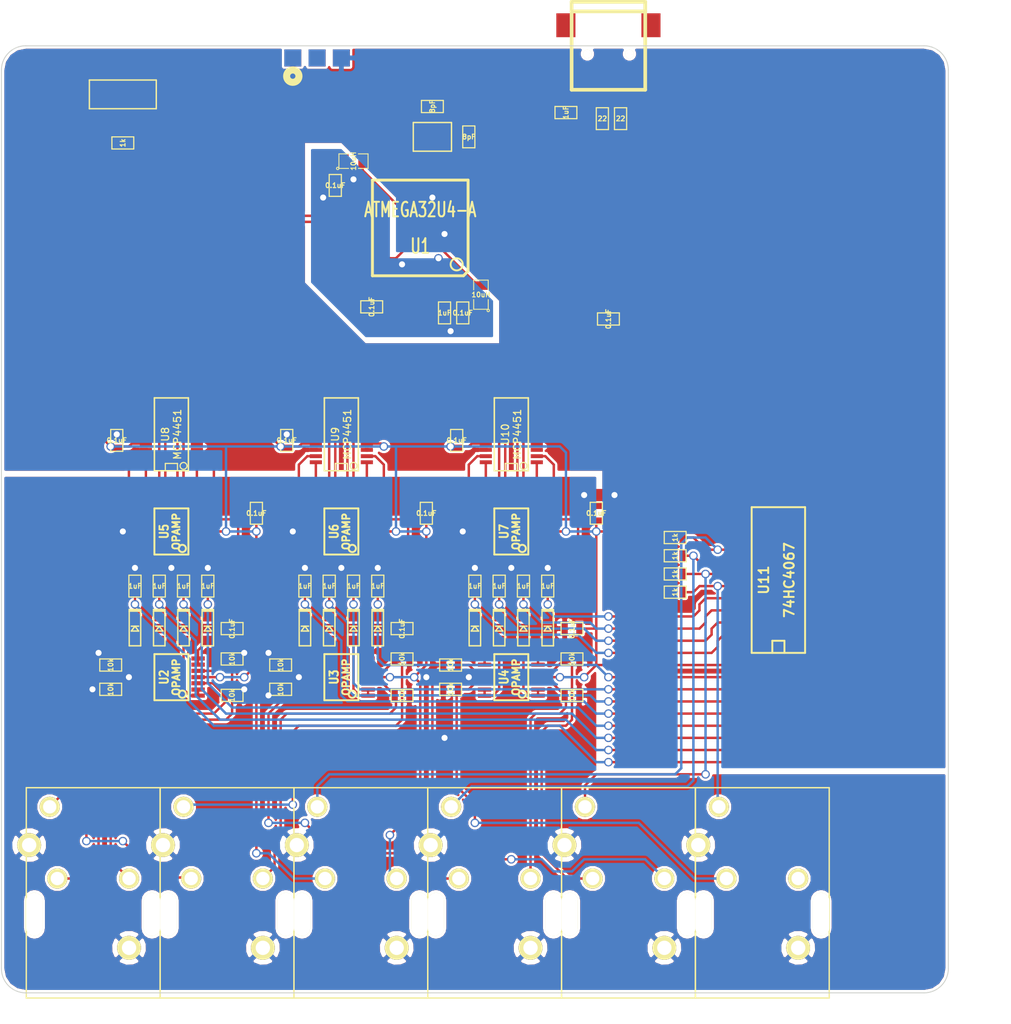
<source format=kicad_pcb>
(kicad_pcb (version 3) (host pcbnew "(2014-01-10 BZR 4027)-stable")
  (layers (15 F.Cu signal) (0 B.Cu signal) (18 B.Paste user) (19 F.Paste user) (20 B.SilkS user) (21 F.SilkS user) (22 B.Mask user) (23 F.Mask user) (28 Edge.Cuts user))
  (net 0 "")
  (net 1 +5V)
  (net 2 /ADC_BASS)
  (net 3 /ADC_BASS_POT)
  (net 4 /ADC_CRASH)
  (net 5 /ADC_CRASH_POT)
  (net 6 /ADC_HH)
  (net 7 /ADC_HH_PDL)
  (net 8 /ADC_HH_PDL_POT)
  (net 9 /ADC_HH_POT)
  (net 10 /ADC_RIDE)
  (net 11 /ADC_RIDE_ALT)
  (net 12 /ADC_RIDE_ALT_POT)
  (net 13 /ADC_RIDE_POT)
  (net 14 /ADC_SNARE)
  (net 15 /ADC_SNARE_ALT)
  (net 16 /ADC_SNARE_ALT_POT)
  (net 17 /ADC_SNARE_POT)
  (net 18 /ADC_SPLASH)
  (net 19 /ADC_SPLASH_POT)
  (net 20 /ADC_TOM1)
  (net 21 /ADC_TOM1_POT)
  (net 22 /ADC_TOM2)
  (net 23 /ADC_TOM2_POT)
  (net 24 /ADC_TOM3)
  (net 25 /ADC_TOM3_POT)
  (net 26 /BASS)
  (net 27 /CRASH)
  (net 28 /CRASH_MUTE)
  (net 29 /DIGITAL_INPUT_DRAIN)
  (net 30 /DRAIN_BASS)
  (net 31 /DRAIN_CRASH)
  (net 32 /DRAIN_HH)
  (net 33 /DRAIN_HH_PDL)
  (net 34 /DRAIN_RIDE)
  (net 35 /DRAIN_RIDE_ALT)
  (net 36 /DRAIN_SNARE)
  (net 37 /DRAIN_SNARE_ALT)
  (net 38 /DRAIN_SPLASH)
  (net 39 /DRAIN_TOM1)
  (net 40 /DRAIN_TOM2)
  (net 41 /DRAIN_TOM3)
  (net 42 /HIHAT)
  (net 43 /HIHAT_PEDAL)
  (net 44 /HIHAT_PEDAL_MUTE)
  (net 45 /MISO)
  (net 46 /MOSI)
  (net 47 /MUX0)
  (net 48 /MUX1)
  (net 49 /MUX2)
  (net 50 /MUX3)
  (net 51 /MUX_ENABLE)
  (net 52 /RESET)
  (net 53 /RIDE)
  (net 54 /RIDE_ALT)
  (net 55 /RIDE_MUTE)
  (net 56 /SCL)
  (net 57 /SCLK)
  (net 58 /SDA)
  (net 59 /SNARE)
  (net 60 /SNARE_ALT)
  (net 61 /SPLASH)
  (net 62 /SPLASH_MUTE)
  (net 63 /TOM1)
  (net 64 /TOM2)
  (net 65 /TOM3)
  (net 66 GND)
  (net 67 N-0000028)
  (net 68 N-0000029)
  (net 69 N-0000030)
  (net 70 N-0000035)
  (net 71 N-0000036)
  (net 72 N-0000045)
  (net 73 N-0000050)
  (net 74 N-0000051)
  (net 75 N-0000052)
  (net 76 N-0000053)
  (net 77 N-0000055)
  (net 78 N-0000060)
  (net 79 N-0000074)
  (net 80 N-0000075)
  (net 81 N-0000076)
  (net 82 N-0000081)
  (net 83 N-0000083)
  (net 84 N-0000084)
  (net 85 N-0000086)
  (net 86 N-0000087)
  (net 87 N-0000088)
  (net 88 N-0000089)
  (module USB_MINI_B_fixed (layer F.Cu) (at 88.9 25.4 270)
    (fp_text reference CON1 hide)
    (fp_text value USB-MINI-B hide)
    (pad 1 smd rect (at 3.44932 -1.6002 270) (size 2.30124 0.50038) (layers F.Cu F.Paste F.Mask) (net 1 +5V))
    (pad 2 smd rect (at 3.44932 -0.8001 270) (size 2.30124 0.50038) (layers F.Cu F.Paste F.Mask) (net 84 N-0000084))
    (pad 3 smd rect (at 3.44932 0 270) (size 2.30124 0.50038) (layers F.Cu F.Paste F.Mask) (net 82 N-0000081))
    (pad 4 smd rect (at 3.44932 0.8001 270) (size 2.30124 0.50038) (layers F.Cu F.Paste F.Mask))
    (pad 5 smd rect (at 3.44932 1.6002 270) (size 2.30124 0.50038) (layers F.Cu F.Paste F.Mask) (net 66 GND))
    (pad 6 smd rect (at 3.35026 -4.45008 270) (size 2.49936 1.99898) (layers F.Cu F.Paste F.Mask) (net 66 GND))
    (pad 7 smd rect (at -2.14884 -4.45008 270) (size 2.49936 1.99898) (layers F.Cu F.Paste F.Mask) (net 66 GND))
    (pad 8 smd rect (at 3.35026 4.45008 270) (size 2.49936 1.99898) (layers F.Cu F.Paste F.Mask) (net 66 GND))
    (pad 9 smd rect (at -2.14884 4.45008 270) (size 2.49936 1.99898) (layers F.Cu F.Paste F.Mask) (net 66 GND))
    (pad "" np_thru_hole circle (at 0.8509 -2.19964 270) (size 0.89916 0.89916) (drill 0.89916) (layers *.Cu *.Mask F.SilkS))
    (pad "" np_thru_hole circle (at 0.8509 2.19964 270) (size 0.89916 0.89916) (drill 0.89916) (layers *.Cu *.Mask F.SilkS))
  )
  (module TQFP44 (layer F.Cu) (at 69.215 44.45 180)
    (fp_text reference U1 (at 0 -1.905 180) (layer F.SilkS) (effects (font (size 1.524 1.016) (thickness 0.2032))))
    (fp_text value ATMEGA32U4-A (at 0 1.905 180) (layer F.SilkS) (effects (font (size 1.524 1.016) (thickness 0.2032))))
    (pad 39 smd rect (at 0 -5.715 180) (size 0.4064 1.524) (layers F.Cu F.Paste F.Mask) (net 4 /ADC_CRASH))
    (pad 40 smd rect (at -0.8001 -5.715 180) (size 0.4064 1.524) (layers F.Cu F.Paste F.Mask) (net 18 /ADC_SPLASH))
    (pad 41 smd rect (at -1.6002 -5.715 180) (size 0.4064 1.524) (layers F.Cu F.Paste F.Mask) (net 10 /ADC_RIDE))
    (pad 42 smd rect (at -2.4003 -5.715 180) (size 0.4064 1.524) (layers F.Cu F.Paste F.Mask) (net 69 N-0000030))
    (pad 43 smd rect (at -3.2004 -5.715 180) (size 0.4064 1.524) (layers F.Cu F.Paste F.Mask) (net 66 GND))
    (pad 44 smd rect (at -4.0005 -5.715 180) (size 0.4064 1.524) (layers F.Cu F.Paste F.Mask) (net 70 N-0000035))
    (pad 38 smd rect (at 0.8001 -5.715 180) (size 0.4064 1.524) (layers F.Cu F.Paste F.Mask))
    (pad 37 smd rect (at 1.6002 -5.715 180) (size 0.4064 1.524) (layers F.Cu F.Paste F.Mask) (net 22 /ADC_TOM2))
    (pad 36 smd rect (at 2.4003 -5.715 180) (size 0.4064 1.524) (layers F.Cu F.Paste F.Mask) (net 24 /ADC_TOM3))
    (pad 35 smd rect (at 3.2004 -5.715 180) (size 0.4064 1.524) (layers F.Cu F.Paste F.Mask) (net 66 GND))
    (pad 34 smd rect (at 4.0005 -5.715 180) (size 0.4064 1.524) (layers F.Cu F.Paste F.Mask) (net 1 +5V))
    (pad 17 smd rect (at 0 5.715 180) (size 0.4064 1.524) (layers F.Cu F.Paste F.Mask) (net 77 N-0000055))
    (pad 16 smd rect (at -0.8001 5.715 180) (size 0.4064 1.524) (layers F.Cu F.Paste F.Mask) (net 76 N-0000053))
    (pad 15 smd rect (at -1.6002 5.715 180) (size 0.4064 1.524) (layers F.Cu F.Paste F.Mask) (net 66 GND))
    (pad 14 smd rect (at -2.4003 5.715 180) (size 0.4064 1.524) (layers F.Cu F.Paste F.Mask) (net 1 +5V))
    (pad 13 smd rect (at -3.2004 5.715 180) (size 0.4064 1.524) (layers F.Cu F.Paste F.Mask) (net 52 /RESET))
    (pad 12 smd rect (at -4.0005 5.715 180) (size 0.4064 1.524) (layers F.Cu F.Paste F.Mask) (net 11 /ADC_RIDE_ALT))
    (pad 18 smd rect (at 0.8001 5.715 180) (size 0.4064 1.524) (layers F.Cu F.Paste F.Mask) (net 56 /SCL))
    (pad 19 smd rect (at 1.6002 5.715 180) (size 0.4064 1.524) (layers F.Cu F.Paste F.Mask) (net 58 /SDA))
    (pad 20 smd rect (at 2.4003 5.715 180) (size 0.4064 1.524) (layers F.Cu F.Paste F.Mask) (net 47 /MUX0))
    (pad 21 smd rect (at 3.2004 5.715 180) (size 0.4064 1.524) (layers F.Cu F.Paste F.Mask) (net 50 /MUX3))
    (pad 22 smd rect (at 4.0005 5.715 180) (size 0.4064 1.524) (layers F.Cu F.Paste F.Mask) (net 51 /MUX_ENABLE))
    (pad 6 smd rect (at -5.715 0 180) (size 1.524 0.4064) (layers F.Cu F.Paste F.Mask) (net 68 N-0000029))
    (pad 28 smd rect (at 5.715 0 180) (size 1.524 0.4064) (layers F.Cu F.Paste F.Mask) (net 15 /ADC_SNARE_ALT))
    (pad 7 smd rect (at -5.715 0.8001 180) (size 1.524 0.4064) (layers F.Cu F.Paste F.Mask) (net 1 +5V))
    (pad 27 smd rect (at 5.715 0.8001 180) (size 1.524 0.4064) (layers F.Cu F.Paste F.Mask) (net 14 /ADC_SNARE))
    (pad 26 smd rect (at 5.715 1.6002 180) (size 1.524 0.4064) (layers F.Cu F.Paste F.Mask) (net 20 /ADC_TOM1))
    (pad 8 smd rect (at -5.715 1.6002 180) (size 1.524 0.4064) (layers F.Cu F.Paste F.Mask))
    (pad 9 smd rect (at -5.715 2.4003 180) (size 1.524 0.4064) (layers F.Cu F.Paste F.Mask) (net 57 /SCLK))
    (pad 25 smd rect (at 5.715 2.4003 180) (size 1.524 0.4064) (layers F.Cu F.Paste F.Mask) (net 2 /ADC_BASS))
    (pad 24 smd rect (at 5.715 3.2004 180) (size 1.524 0.4064) (layers F.Cu F.Paste F.Mask) (net 71 N-0000036))
    (pad 10 smd rect (at -5.715 3.2004 180) (size 1.524 0.4064) (layers F.Cu F.Paste F.Mask) (net 46 /MOSI))
    (pad 11 smd rect (at -5.715 4.0005 180) (size 1.524 0.4064) (layers F.Cu F.Paste F.Mask) (net 45 /MISO))
    (pad 23 smd rect (at 5.715 4.0005 180) (size 1.524 0.4064) (layers F.Cu F.Paste F.Mask) (net 66 GND))
    (pad 29 smd rect (at 5.715 -0.8001 180) (size 1.524 0.4064) (layers F.Cu F.Paste F.Mask) (net 7 /ADC_HH_PDL))
    (pad 5 smd rect (at -5.715 -0.8001 180) (size 1.524 0.4064) (layers F.Cu F.Paste F.Mask) (net 66 GND))
    (pad 4 smd rect (at -5.715 -1.6002 180) (size 1.524 0.4064) (layers F.Cu F.Paste F.Mask) (net 67 N-0000028))
    (pad 30 smd rect (at 5.715 -1.6002 180) (size 1.524 0.4064) (layers F.Cu F.Paste F.Mask) (net 6 /ADC_HH))
    (pad 31 smd rect (at 5.715 -2.4003 180) (size 1.524 0.4064) (layers F.Cu F.Paste F.Mask) (net 48 /MUX1))
    (pad 3 smd rect (at -5.715 -2.4003 180) (size 1.524 0.4064) (layers F.Cu F.Paste F.Mask) (net 83 N-0000083))
    (pad 2 smd rect (at -5.715 -3.2004 180) (size 1.524 0.4064) (layers F.Cu F.Paste F.Mask) (net 1 +5V))
    (pad 32 smd rect (at 5.715 -3.2004 180) (size 1.524 0.4064) (layers F.Cu F.Paste F.Mask) (net 49 /MUX2))
    (pad 33 smd rect (at 5.715 -4.0005 180) (size 1.524 0.4064) (layers F.Cu F.Paste F.Mask))
    (pad 1 smd rect (at -5.715 -4.0005 180) (size 1.524 0.4064) (layers F.Cu F.Paste F.Mask) (net 29 /DIGITAL_INPUT_DRAIN))
  )
  (module SW_6x3 (layer F.Cu) (at 38.1 30.48)
    (fp_text reference SW1 hide)
    (fp_text value SW_PUSH_SMALL hide)
    (pad 1 smd rect (at -3.5 0) (size 2 1.5) (layers F.Cu F.Paste F.Mask) (net 52 /RESET))
    (pad 2 smd rect (at 3.5 0) (size 2 1.5) (layers F.Cu F.Paste F.Mask) (net 66 GND))
  )
  (module SSOP20 (layer F.Cu) (at 78.74 66.04 90)
    (fp_text reference U10 (at 0 -0.635 90) (layer F.SilkS) (effects (font (size 0.762 0.762) (thickness 0.127))))
    (fp_text value MCP4451 (at 0 0.635 90) (layer F.SilkS) (effects (font (size 0.762 0.762) (thickness 0.127))))
    (pad 1 smd rect (at -2.921 2.667 90) (size 0.4064 1.27) (layers F.Cu F.Paste F.Mask) (net 10 /ADC_RIDE))
    (pad 2 smd rect (at -2.286 2.667 90) (size 0.4064 1.27) (layers F.Cu F.Paste F.Mask) (net 13 /ADC_RIDE_POT))
    (pad 3 smd rect (at -1.6256 2.667 90) (size 0.4064 1.27) (layers F.Cu F.Paste F.Mask) (net 66 GND))
    (pad 4 smd rect (at -0.9652 2.667 90) (size 0.4064 1.27) (layers F.Cu F.Paste F.Mask) (net 66 GND))
    (pad 5 smd rect (at -0.3302 2.667 90) (size 0.4064 1.27) (layers F.Cu F.Paste F.Mask) (net 56 /SCL))
    (pad 6 smd rect (at 0.3302 2.667 90) (size 0.4064 1.27) (layers F.Cu F.Paste F.Mask) (net 58 /SDA))
    (pad 7 smd rect (at 0.9906 2.667 90) (size 0.4064 1.27) (layers F.Cu F.Paste F.Mask) (net 66 GND))
    (pad 8 smd rect (at 1.6256 2.667 90) (size 0.4064 1.27) (layers F.Cu F.Paste F.Mask) (net 66 GND))
    (pad 9 smd rect (at 2.286 2.667 90) (size 0.4064 1.27) (layers F.Cu F.Paste F.Mask) (net 5 /ADC_CRASH_POT))
    (pad 10 smd rect (at 2.921 2.667 90) (size 0.4064 1.27) (layers F.Cu F.Paste F.Mask) (net 4 /ADC_CRASH))
    (pad 11 smd rect (at 2.921 -2.667 90) (size 0.4064 1.27) (layers F.Cu F.Paste F.Mask) (net 18 /ADC_SPLASH))
    (pad 12 smd rect (at 2.286 -2.667 90) (size 0.4064 1.27) (layers F.Cu F.Paste F.Mask) (net 19 /ADC_SPLASH_POT))
    (pad 13 smd rect (at 1.6256 -2.667 90) (size 0.4064 1.27) (layers F.Cu F.Paste F.Mask) (net 66 GND))
    (pad 14 smd rect (at 0.9906 -2.667 90) (size 0.4064 1.27) (layers F.Cu F.Paste F.Mask))
    (pad 15 smd rect (at 0.3302 -2.667 90) (size 0.4064 1.27) (layers F.Cu F.Paste F.Mask) (net 1 +5V))
    (pad 16 smd rect (at -0.3302 -2.667 90) (size 0.4064 1.27) (layers F.Cu F.Paste F.Mask) (net 1 +5V))
    (pad 17 smd rect (at -0.9652 -2.667 90) (size 0.4064 1.27) (layers F.Cu F.Paste F.Mask) (net 1 +5V))
    (pad 18 smd rect (at -1.6256 -2.667 90) (size 0.4064 1.27) (layers F.Cu F.Paste F.Mask) (net 66 GND))
    (pad 19 smd rect (at -2.286 -2.667 90) (size 0.4064 1.27) (layers F.Cu F.Paste F.Mask) (net 12 /ADC_RIDE_ALT_POT))
    (pad 20 smd rect (at -2.921 -2.667 90) (size 0.4064 1.27) (layers F.Cu F.Paste F.Mask) (net 11 /ADC_RIDE_ALT))
  )
  (module SSOP20 (layer F.Cu) (at 60.96 66.04 90)
    (fp_text reference U9 (at 0 -0.635 90) (layer F.SilkS) (effects (font (size 0.762 0.762) (thickness 0.127))))
    (fp_text value MCP4451 (at 0 0.635 90) (layer F.SilkS) (effects (font (size 0.762 0.762) (thickness 0.127))))
    (pad 1 smd rect (at -2.921 2.667 90) (size 0.4064 1.27) (layers F.Cu F.Paste F.Mask) (net 24 /ADC_TOM3))
    (pad 2 smd rect (at -2.286 2.667 90) (size 0.4064 1.27) (layers F.Cu F.Paste F.Mask) (net 25 /ADC_TOM3_POT))
    (pad 3 smd rect (at -1.6256 2.667 90) (size 0.4064 1.27) (layers F.Cu F.Paste F.Mask) (net 66 GND))
    (pad 4 smd rect (at -0.9652 2.667 90) (size 0.4064 1.27) (layers F.Cu F.Paste F.Mask) (net 1 +5V))
    (pad 5 smd rect (at -0.3302 2.667 90) (size 0.4064 1.27) (layers F.Cu F.Paste F.Mask) (net 56 /SCL))
    (pad 6 smd rect (at 0.3302 2.667 90) (size 0.4064 1.27) (layers F.Cu F.Paste F.Mask) (net 58 /SDA))
    (pad 7 smd rect (at 0.9906 2.667 90) (size 0.4064 1.27) (layers F.Cu F.Paste F.Mask) (net 66 GND))
    (pad 8 smd rect (at 1.6256 2.667 90) (size 0.4064 1.27) (layers F.Cu F.Paste F.Mask) (net 66 GND))
    (pad 9 smd rect (at 2.286 2.667 90) (size 0.4064 1.27) (layers F.Cu F.Paste F.Mask) (net 23 /ADC_TOM2_POT))
    (pad 10 smd rect (at 2.921 2.667 90) (size 0.4064 1.27) (layers F.Cu F.Paste F.Mask) (net 22 /ADC_TOM2))
    (pad 11 smd rect (at 2.921 -2.667 90) (size 0.4064 1.27) (layers F.Cu F.Paste F.Mask) (net 6 /ADC_HH))
    (pad 12 smd rect (at 2.286 -2.667 90) (size 0.4064 1.27) (layers F.Cu F.Paste F.Mask) (net 9 /ADC_HH_POT))
    (pad 13 smd rect (at 1.6256 -2.667 90) (size 0.4064 1.27) (layers F.Cu F.Paste F.Mask) (net 66 GND))
    (pad 14 smd rect (at 0.9906 -2.667 90) (size 0.4064 1.27) (layers F.Cu F.Paste F.Mask))
    (pad 15 smd rect (at 0.3302 -2.667 90) (size 0.4064 1.27) (layers F.Cu F.Paste F.Mask) (net 1 +5V))
    (pad 16 smd rect (at -0.3302 -2.667 90) (size 0.4064 1.27) (layers F.Cu F.Paste F.Mask) (net 66 GND))
    (pad 17 smd rect (at -0.9652 -2.667 90) (size 0.4064 1.27) (layers F.Cu F.Paste F.Mask) (net 1 +5V))
    (pad 18 smd rect (at -1.6256 -2.667 90) (size 0.4064 1.27) (layers F.Cu F.Paste F.Mask) (net 66 GND))
    (pad 19 smd rect (at -2.286 -2.667 90) (size 0.4064 1.27) (layers F.Cu F.Paste F.Mask) (net 8 /ADC_HH_PDL_POT))
    (pad 20 smd rect (at -2.921 -2.667 90) (size 0.4064 1.27) (layers F.Cu F.Paste F.Mask) (net 7 /ADC_HH_PDL))
  )
  (module SSOP20 (layer F.Cu) (at 43.18 66.04 90)
    (fp_text reference U8 (at 0 -0.635 90) (layer F.SilkS) (effects (font (size 0.762 0.762) (thickness 0.127))))
    (fp_text value MCP4451 (at 0 0.635 90) (layer F.SilkS) (effects (font (size 0.762 0.762) (thickness 0.127))))
    (pad 1 smd rect (at -2.921 2.667 90) (size 0.4064 1.27) (layers F.Cu F.Paste F.Mask) (net 15 /ADC_SNARE_ALT))
    (pad 2 smd rect (at -2.286 2.667 90) (size 0.4064 1.27) (layers F.Cu F.Paste F.Mask) (net 16 /ADC_SNARE_ALT_POT))
    (pad 3 smd rect (at -1.6256 2.667 90) (size 0.4064 1.27) (layers F.Cu F.Paste F.Mask) (net 66 GND))
    (pad 4 smd rect (at -0.9652 2.667 90) (size 0.4064 1.27) (layers F.Cu F.Paste F.Mask) (net 66 GND))
    (pad 5 smd rect (at -0.3302 2.667 90) (size 0.4064 1.27) (layers F.Cu F.Paste F.Mask) (net 56 /SCL))
    (pad 6 smd rect (at 0.3302 2.667 90) (size 0.4064 1.27) (layers F.Cu F.Paste F.Mask) (net 58 /SDA))
    (pad 7 smd rect (at 0.9906 2.667 90) (size 0.4064 1.27) (layers F.Cu F.Paste F.Mask) (net 66 GND))
    (pad 8 smd rect (at 1.6256 2.667 90) (size 0.4064 1.27) (layers F.Cu F.Paste F.Mask) (net 66 GND))
    (pad 9 smd rect (at 2.286 2.667 90) (size 0.4064 1.27) (layers F.Cu F.Paste F.Mask) (net 17 /ADC_SNARE_POT))
    (pad 10 smd rect (at 2.921 2.667 90) (size 0.4064 1.27) (layers F.Cu F.Paste F.Mask) (net 14 /ADC_SNARE))
    (pad 11 smd rect (at 2.921 -2.667 90) (size 0.4064 1.27) (layers F.Cu F.Paste F.Mask) (net 20 /ADC_TOM1))
    (pad 12 smd rect (at 2.286 -2.667 90) (size 0.4064 1.27) (layers F.Cu F.Paste F.Mask) (net 21 /ADC_TOM1_POT))
    (pad 13 smd rect (at 1.6256 -2.667 90) (size 0.4064 1.27) (layers F.Cu F.Paste F.Mask) (net 66 GND))
    (pad 14 smd rect (at 0.9906 -2.667 90) (size 0.4064 1.27) (layers F.Cu F.Paste F.Mask))
    (pad 15 smd rect (at 0.3302 -2.667 90) (size 0.4064 1.27) (layers F.Cu F.Paste F.Mask) (net 1 +5V))
    (pad 16 smd rect (at -0.3302 -2.667 90) (size 0.4064 1.27) (layers F.Cu F.Paste F.Mask) (net 66 GND))
    (pad 17 smd rect (at -0.9652 -2.667 90) (size 0.4064 1.27) (layers F.Cu F.Paste F.Mask) (net 1 +5V))
    (pad 18 smd rect (at -1.6256 -2.667 90) (size 0.4064 1.27) (layers F.Cu F.Paste F.Mask) (net 66 GND))
    (pad 19 smd rect (at -2.286 -2.667 90) (size 0.4064 1.27) (layers F.Cu F.Paste F.Mask) (net 3 /ADC_BASS_POT))
    (pad 20 smd rect (at -2.921 -2.667 90) (size 0.4064 1.27) (layers F.Cu F.Paste F.Mask) (net 2 /ADC_BASS))
  )
  (module SSOP14 (layer F.Cu) (at 78.74 91.44 90)
    (fp_text reference U4 (at 0 -0.762 90) (layer F.SilkS) (effects (font (size 0.889 0.762) (thickness 0.1905))))
    (fp_text value OPAMP (at 0 0.508 90) (layer F.SilkS) (effects (font (size 0.762 0.762) (thickness 0.1905))))
    (pad 1 smd rect (at -1.9304 2.794 90) (size 0.4318 1.397) (layers F.Cu F.Paste F.Mask) (net 85 N-0000086))
    (pad 2 smd rect (at -1.2954 2.794 90) (size 0.4318 1.397) (layers F.Cu F.Paste F.Mask) (net 85 N-0000086))
    (pad 3 smd rect (at -0.635 2.794 90) (size 0.4318 1.397) (layers F.Cu F.Paste F.Mask) (net 27 /CRASH))
    (pad 4 smd rect (at 0 2.794 90) (size 0.4318 1.397) (layers F.Cu F.Paste F.Mask) (net 1 +5V))
    (pad 5 smd rect (at 0.6604 2.794 90) (size 0.4318 1.397) (layers F.Cu F.Paste F.Mask) (net 53 /RIDE))
    (pad 6 smd rect (at 1.3081 2.794 90) (size 0.4318 1.397) (layers F.Cu F.Paste F.Mask) (net 86 N-0000087))
    (pad 7 smd rect (at 1.9558 2.794 90) (size 0.4318 1.397) (layers F.Cu F.Paste F.Mask) (net 86 N-0000087))
    (pad 8 smd rect (at 1.9558 -2.794 90) (size 0.4318 1.397) (layers F.Cu F.Paste F.Mask) (net 87 N-0000088))
    (pad 9 smd rect (at 1.3081 -2.794 90) (size 0.4318 1.397) (layers F.Cu F.Paste F.Mask) (net 87 N-0000088))
    (pad 10 smd rect (at 0.6604 -2.794 90) (size 0.4318 1.397) (layers F.Cu F.Paste F.Mask) (net 54 /RIDE_ALT))
    (pad 11 smd rect (at 0 -2.794 90) (size 0.4318 1.397) (layers F.Cu F.Paste F.Mask) (net 66 GND))
    (pad 12 smd rect (at -0.6477 -2.794 90) (size 0.4318 1.397) (layers F.Cu F.Paste F.Mask) (net 61 /SPLASH))
    (pad 13 smd rect (at -1.2954 -2.794 90) (size 0.4318 1.397) (layers F.Cu F.Paste F.Mask) (net 88 N-0000089))
    (pad 14 smd rect (at -1.9431 -2.794 90) (size 0.4318 1.397) (layers F.Cu F.Paste F.Mask) (net 88 N-0000089))
  )
  (module SSOP14 (layer F.Cu) (at 60.96 91.44 90)
    (fp_text reference U3 (at 0 -0.762 90) (layer F.SilkS) (effects (font (size 0.889 0.762) (thickness 0.1905))))
    (fp_text value OPAMP (at 0 0.508 90) (layer F.SilkS) (effects (font (size 0.762 0.762) (thickness 0.1905))))
    (pad 1 smd rect (at -1.9304 2.794 90) (size 0.4318 1.397) (layers F.Cu F.Paste F.Mask) (net 73 N-0000050))
    (pad 2 smd rect (at -1.2954 2.794 90) (size 0.4318 1.397) (layers F.Cu F.Paste F.Mask) (net 73 N-0000050))
    (pad 3 smd rect (at -0.635 2.794 90) (size 0.4318 1.397) (layers F.Cu F.Paste F.Mask) (net 64 /TOM2))
    (pad 4 smd rect (at 0 2.794 90) (size 0.4318 1.397) (layers F.Cu F.Paste F.Mask) (net 1 +5V))
    (pad 5 smd rect (at 0.6604 2.794 90) (size 0.4318 1.397) (layers F.Cu F.Paste F.Mask) (net 65 /TOM3))
    (pad 6 smd rect (at 1.3081 2.794 90) (size 0.4318 1.397) (layers F.Cu F.Paste F.Mask) (net 74 N-0000051))
    (pad 7 smd rect (at 1.9558 2.794 90) (size 0.4318 1.397) (layers F.Cu F.Paste F.Mask) (net 74 N-0000051))
    (pad 8 smd rect (at 1.9558 -2.794 90) (size 0.4318 1.397) (layers F.Cu F.Paste F.Mask) (net 75 N-0000052))
    (pad 9 smd rect (at 1.3081 -2.794 90) (size 0.4318 1.397) (layers F.Cu F.Paste F.Mask) (net 75 N-0000052))
    (pad 10 smd rect (at 0.6604 -2.794 90) (size 0.4318 1.397) (layers F.Cu F.Paste F.Mask) (net 43 /HIHAT_PEDAL))
    (pad 11 smd rect (at 0 -2.794 90) (size 0.4318 1.397) (layers F.Cu F.Paste F.Mask) (net 66 GND))
    (pad 12 smd rect (at -0.6477 -2.794 90) (size 0.4318 1.397) (layers F.Cu F.Paste F.Mask) (net 42 /HIHAT))
    (pad 13 smd rect (at -1.2954 -2.794 90) (size 0.4318 1.397) (layers F.Cu F.Paste F.Mask) (net 72 N-0000045))
    (pad 14 smd rect (at -1.9431 -2.794 90) (size 0.4318 1.397) (layers F.Cu F.Paste F.Mask) (net 72 N-0000045))
  )
  (module SSOP14 (layer F.Cu) (at 43.18 76.2 90)
    (fp_text reference U5 (at 0 -0.762 90) (layer F.SilkS) (effects (font (size 0.889 0.762) (thickness 0.1905))))
    (fp_text value OPAMP (at 0 0.508 90) (layer F.SilkS) (effects (font (size 0.762 0.762) (thickness 0.1905))))
    (pad 1 smd rect (at -1.9304 2.794 90) (size 0.4318 1.397) (layers F.Cu F.Paste F.Mask) (net 14 /ADC_SNARE))
    (pad 2 smd rect (at -1.2954 2.794 90) (size 0.4318 1.397) (layers F.Cu F.Paste F.Mask) (net 17 /ADC_SNARE_POT))
    (pad 3 smd rect (at -0.635 2.794 90) (size 0.4318 1.397) (layers F.Cu F.Paste F.Mask) (net 36 /DRAIN_SNARE))
    (pad 4 smd rect (at 0 2.794 90) (size 0.4318 1.397) (layers F.Cu F.Paste F.Mask) (net 1 +5V))
    (pad 5 smd rect (at 0.6604 2.794 90) (size 0.4318 1.397) (layers F.Cu F.Paste F.Mask) (net 37 /DRAIN_SNARE_ALT))
    (pad 6 smd rect (at 1.3081 2.794 90) (size 0.4318 1.397) (layers F.Cu F.Paste F.Mask) (net 16 /ADC_SNARE_ALT_POT))
    (pad 7 smd rect (at 1.9558 2.794 90) (size 0.4318 1.397) (layers F.Cu F.Paste F.Mask) (net 15 /ADC_SNARE_ALT))
    (pad 8 smd rect (at 1.9558 -2.794 90) (size 0.4318 1.397) (layers F.Cu F.Paste F.Mask) (net 2 /ADC_BASS))
    (pad 9 smd rect (at 1.3081 -2.794 90) (size 0.4318 1.397) (layers F.Cu F.Paste F.Mask) (net 3 /ADC_BASS_POT))
    (pad 10 smd rect (at 0.6604 -2.794 90) (size 0.4318 1.397) (layers F.Cu F.Paste F.Mask) (net 30 /DRAIN_BASS))
    (pad 11 smd rect (at 0 -2.794 90) (size 0.4318 1.397) (layers F.Cu F.Paste F.Mask) (net 66 GND))
    (pad 12 smd rect (at -0.6477 -2.794 90) (size 0.4318 1.397) (layers F.Cu F.Paste F.Mask) (net 39 /DRAIN_TOM1))
    (pad 13 smd rect (at -1.2954 -2.794 90) (size 0.4318 1.397) (layers F.Cu F.Paste F.Mask) (net 21 /ADC_TOM1_POT))
    (pad 14 smd rect (at -1.9431 -2.794 90) (size 0.4318 1.397) (layers F.Cu F.Paste F.Mask) (net 20 /ADC_TOM1))
  )
  (module SSOP14 (layer F.Cu) (at 43.18 91.44 90)
    (fp_text reference U2 (at 0 -0.762 90) (layer F.SilkS) (effects (font (size 0.889 0.762) (thickness 0.1905))))
    (fp_text value OPAMP (at 0 0.508 90) (layer F.SilkS) (effects (font (size 0.762 0.762) (thickness 0.1905))))
    (pad 1 smd rect (at -1.9304 2.794 90) (size 0.4318 1.397) (layers F.Cu F.Paste F.Mask) (net 78 N-0000060))
    (pad 2 smd rect (at -1.2954 2.794 90) (size 0.4318 1.397) (layers F.Cu F.Paste F.Mask) (net 78 N-0000060))
    (pad 3 smd rect (at -0.635 2.794 90) (size 0.4318 1.397) (layers F.Cu F.Paste F.Mask) (net 59 /SNARE))
    (pad 4 smd rect (at 0 2.794 90) (size 0.4318 1.397) (layers F.Cu F.Paste F.Mask) (net 1 +5V))
    (pad 5 smd rect (at 0.6604 2.794 90) (size 0.4318 1.397) (layers F.Cu F.Paste F.Mask) (net 60 /SNARE_ALT))
    (pad 6 smd rect (at 1.3081 2.794 90) (size 0.4318 1.397) (layers F.Cu F.Paste F.Mask) (net 79 N-0000074))
    (pad 7 smd rect (at 1.9558 2.794 90) (size 0.4318 1.397) (layers F.Cu F.Paste F.Mask) (net 79 N-0000074))
    (pad 8 smd rect (at 1.9558 -2.794 90) (size 0.4318 1.397) (layers F.Cu F.Paste F.Mask) (net 80 N-0000075))
    (pad 9 smd rect (at 1.3081 -2.794 90) (size 0.4318 1.397) (layers F.Cu F.Paste F.Mask) (net 80 N-0000075))
    (pad 10 smd rect (at 0.6604 -2.794 90) (size 0.4318 1.397) (layers F.Cu F.Paste F.Mask) (net 26 /BASS))
    (pad 11 smd rect (at 0 -2.794 90) (size 0.4318 1.397) (layers F.Cu F.Paste F.Mask) (net 66 GND))
    (pad 12 smd rect (at -0.6477 -2.794 90) (size 0.4318 1.397) (layers F.Cu F.Paste F.Mask) (net 63 /TOM1))
    (pad 13 smd rect (at -1.2954 -2.794 90) (size 0.4318 1.397) (layers F.Cu F.Paste F.Mask) (net 81 N-0000076))
    (pad 14 smd rect (at -1.9431 -2.794 90) (size 0.4318 1.397) (layers F.Cu F.Paste F.Mask) (net 81 N-0000076))
  )
  (module SSOP14 (layer F.Cu) (at 60.96 76.2 90)
    (fp_text reference U6 (at 0 -0.762 90) (layer F.SilkS) (effects (font (size 0.889 0.762) (thickness 0.1905))))
    (fp_text value OPAMP (at 0 0.508 90) (layer F.SilkS) (effects (font (size 0.762 0.762) (thickness 0.1905))))
    (pad 1 smd rect (at -1.9304 2.794 90) (size 0.4318 1.397) (layers F.Cu F.Paste F.Mask) (net 22 /ADC_TOM2))
    (pad 2 smd rect (at -1.2954 2.794 90) (size 0.4318 1.397) (layers F.Cu F.Paste F.Mask) (net 23 /ADC_TOM2_POT))
    (pad 3 smd rect (at -0.635 2.794 90) (size 0.4318 1.397) (layers F.Cu F.Paste F.Mask) (net 40 /DRAIN_TOM2))
    (pad 4 smd rect (at 0 2.794 90) (size 0.4318 1.397) (layers F.Cu F.Paste F.Mask) (net 1 +5V))
    (pad 5 smd rect (at 0.6604 2.794 90) (size 0.4318 1.397) (layers F.Cu F.Paste F.Mask) (net 41 /DRAIN_TOM3))
    (pad 6 smd rect (at 1.3081 2.794 90) (size 0.4318 1.397) (layers F.Cu F.Paste F.Mask) (net 25 /ADC_TOM3_POT))
    (pad 7 smd rect (at 1.9558 2.794 90) (size 0.4318 1.397) (layers F.Cu F.Paste F.Mask) (net 24 /ADC_TOM3))
    (pad 8 smd rect (at 1.9558 -2.794 90) (size 0.4318 1.397) (layers F.Cu F.Paste F.Mask) (net 7 /ADC_HH_PDL))
    (pad 9 smd rect (at 1.3081 -2.794 90) (size 0.4318 1.397) (layers F.Cu F.Paste F.Mask) (net 8 /ADC_HH_PDL_POT))
    (pad 10 smd rect (at 0.6604 -2.794 90) (size 0.4318 1.397) (layers F.Cu F.Paste F.Mask) (net 33 /DRAIN_HH_PDL))
    (pad 11 smd rect (at 0 -2.794 90) (size 0.4318 1.397) (layers F.Cu F.Paste F.Mask) (net 66 GND))
    (pad 12 smd rect (at -0.6477 -2.794 90) (size 0.4318 1.397) (layers F.Cu F.Paste F.Mask) (net 32 /DRAIN_HH))
    (pad 13 smd rect (at -1.2954 -2.794 90) (size 0.4318 1.397) (layers F.Cu F.Paste F.Mask) (net 9 /ADC_HH_POT))
    (pad 14 smd rect (at -1.9431 -2.794 90) (size 0.4318 1.397) (layers F.Cu F.Paste F.Mask) (net 6 /ADC_HH))
  )
  (module SSOP14 (layer F.Cu) (at 78.74 76.2 90)
    (fp_text reference U7 (at 0 -0.762 90) (layer F.SilkS) (effects (font (size 0.889 0.762) (thickness 0.1905))))
    (fp_text value OPAMP (at 0 0.508 90) (layer F.SilkS) (effects (font (size 0.762 0.762) (thickness 0.1905))))
    (pad 1 smd rect (at -1.9304 2.794 90) (size 0.4318 1.397) (layers F.Cu F.Paste F.Mask) (net 4 /ADC_CRASH))
    (pad 2 smd rect (at -1.2954 2.794 90) (size 0.4318 1.397) (layers F.Cu F.Paste F.Mask) (net 5 /ADC_CRASH_POT))
    (pad 3 smd rect (at -0.635 2.794 90) (size 0.4318 1.397) (layers F.Cu F.Paste F.Mask) (net 31 /DRAIN_CRASH))
    (pad 4 smd rect (at 0 2.794 90) (size 0.4318 1.397) (layers F.Cu F.Paste F.Mask) (net 1 +5V))
    (pad 5 smd rect (at 0.6604 2.794 90) (size 0.4318 1.397) (layers F.Cu F.Paste F.Mask) (net 34 /DRAIN_RIDE))
    (pad 6 smd rect (at 1.3081 2.794 90) (size 0.4318 1.397) (layers F.Cu F.Paste F.Mask) (net 13 /ADC_RIDE_POT))
    (pad 7 smd rect (at 1.9558 2.794 90) (size 0.4318 1.397) (layers F.Cu F.Paste F.Mask) (net 10 /ADC_RIDE))
    (pad 8 smd rect (at 1.9558 -2.794 90) (size 0.4318 1.397) (layers F.Cu F.Paste F.Mask) (net 11 /ADC_RIDE_ALT))
    (pad 9 smd rect (at 1.3081 -2.794 90) (size 0.4318 1.397) (layers F.Cu F.Paste F.Mask) (net 12 /ADC_RIDE_ALT_POT))
    (pad 10 smd rect (at 0.6604 -2.794 90) (size 0.4318 1.397) (layers F.Cu F.Paste F.Mask) (net 35 /DRAIN_RIDE_ALT))
    (pad 11 smd rect (at 0 -2.794 90) (size 0.4318 1.397) (layers F.Cu F.Paste F.Mask) (net 66 GND))
    (pad 12 smd rect (at -0.6477 -2.794 90) (size 0.4318 1.397) (layers F.Cu F.Paste F.Mask) (net 38 /DRAIN_SPLASH))
    (pad 13 smd rect (at -1.2954 -2.794 90) (size 0.4318 1.397) (layers F.Cu F.Paste F.Mask) (net 19 /ADC_SPLASH_POT))
    (pad 14 smd rect (at -1.9431 -2.794 90) (size 0.4318 1.397) (layers F.Cu F.Paste F.Mask) (net 18 /ADC_SPLASH))
  )
  (module SOIC24 (layer F.Cu) (at 106.68 81.28 90)
    (fp_text reference U11 (at 0 -1.524 90) (layer F.SilkS) (effects (font (size 1.016 1.016) (thickness 0.2032))))
    (fp_text value 74HC4067 (at 0 1.143 90) (layer F.SilkS) (effects (font (size 1.016 1.016) (thickness 0.2032))))
    (pad 1 smd rect (at -6.985 3.81 90) (size 0.762 1.524) (layers F.Cu F.Paste F.Mask) (net 29 /DIGITAL_INPUT_DRAIN))
    (pad 2 smd rect (at -5.715 3.81 90) (size 0.762 1.524) (layers F.Cu F.Paste F.Mask) (net 41 /DRAIN_TOM3))
    (pad 3 smd rect (at -4.445 3.81 90) (size 0.762 1.524) (layers F.Cu F.Paste F.Mask) (net 40 /DRAIN_TOM2))
    (pad 4 smd rect (at -3.175 3.81 90) (size 0.762 1.524) (layers F.Cu F.Paste F.Mask) (net 32 /DRAIN_HH))
    (pad 5 smd rect (at -1.905 3.81 90) (size 0.762 1.524) (layers F.Cu F.Paste F.Mask) (net 33 /DRAIN_HH_PDL))
    (pad 6 smd rect (at -0.635 3.81 90) (size 0.762 1.524) (layers F.Cu F.Paste F.Mask) (net 37 /DRAIN_SNARE_ALT))
    (pad 7 smd rect (at 0.635 3.81 90) (size 0.762 1.524) (layers F.Cu F.Paste F.Mask) (net 36 /DRAIN_SNARE))
    (pad 8 smd rect (at 1.905 3.81 90) (size 0.762 1.524) (layers F.Cu F.Paste F.Mask) (net 39 /DRAIN_TOM1))
    (pad 9 smd rect (at 3.175 3.81 90) (size 0.762 1.524) (layers F.Cu F.Paste F.Mask) (net 30 /DRAIN_BASS))
    (pad 10 smd rect (at 4.445 3.81 90) (size 0.762 1.524) (layers F.Cu F.Paste F.Mask) (net 47 /MUX0))
    (pad 11 smd rect (at 5.715 3.81 90) (size 0.762 1.524) (layers F.Cu F.Paste F.Mask) (net 48 /MUX1))
    (pad 12 smd rect (at 7.112 3.81 90) (size 0.762 1.524) (layers F.Cu F.Paste F.Mask) (net 66 GND))
    (pad 24 smd rect (at -6.985 -3.81 90) (size 0.762 1.524) (layers F.Cu F.Paste F.Mask) (net 1 +5V))
    (pad 23 smd rect (at -5.715 -3.81 90) (size 0.762 1.524) (layers F.Cu F.Paste F.Mask) (net 35 /DRAIN_RIDE_ALT))
    (pad 22 smd rect (at -4.445 -3.81 90) (size 0.762 1.524) (layers F.Cu F.Paste F.Mask) (net 38 /DRAIN_SPLASH))
    (pad 21 smd rect (at -3.175 -3.81 90) (size 0.762 1.524) (layers F.Cu F.Paste F.Mask) (net 31 /DRAIN_CRASH))
    (pad 20 smd rect (at -1.905 -3.81 90) (size 0.762 1.524) (layers F.Cu F.Paste F.Mask) (net 34 /DRAIN_RIDE))
    (pad 19 smd rect (at -0.635 -3.81 90) (size 0.762 1.524) (layers F.Cu F.Paste F.Mask) (net 62 /SPLASH_MUTE))
    (pad 18 smd rect (at 0.635 -3.81 90) (size 0.762 1.524) (layers F.Cu F.Paste F.Mask) (net 55 /RIDE_MUTE))
    (pad 17 smd rect (at 1.905 -3.81 90) (size 0.762 1.524) (layers F.Cu F.Paste F.Mask) (net 28 /CRASH_MUTE))
    (pad 16 smd rect (at 3.175 -3.81 90) (size 0.762 1.524) (layers F.Cu F.Paste F.Mask) (net 44 /HIHAT_PEDAL_MUTE))
    (pad 15 smd rect (at 4.445 -3.81 90) (size 0.762 1.524) (layers F.Cu F.Paste F.Mask) (net 51 /MUX_ENABLE))
    (pad 14 smd rect (at 5.715 -3.81 90) (size 0.762 1.524) (layers F.Cu F.Paste F.Mask) (net 49 /MUX2))
    (pad 13 smd rect (at 6.985 -3.81 90) (size 0.762 1.524) (layers F.Cu F.Paste F.Mask) (net 50 /MUX3))
  )
  (module SM0603_VALUE (layer F.Cu) (at 80.01 81.915 90)
    (fp_text reference C9 hide)
    (fp_text value 1uF (at 0 0 180) (layer F.SilkS) (effects (font (size 0.508 0.508) (thickness 0.1143))))
    (pad 1 smd rect (at -0.762 0 90) (size 0.635 1.143) (layers F.Cu F.Paste F.Mask) (net 31 /DRAIN_CRASH))
    (pad 2 smd rect (at 0.762 0 90) (size 0.635 1.143) (layers F.Cu F.Paste F.Mask) (net 66 GND))
  )
  (module SM0603_VALUE (layer F.Cu) (at 82.55 81.915 90)
    (fp_text reference C10 hide)
    (fp_text value 1uF (at 0 0 180) (layer F.SilkS) (effects (font (size 0.508 0.508) (thickness 0.1143))))
    (pad 1 smd rect (at -0.762 0 90) (size 0.635 1.143) (layers F.Cu F.Paste F.Mask) (net 34 /DRAIN_RIDE))
    (pad 2 smd rect (at 0.762 0 90) (size 0.635 1.143) (layers F.Cu F.Paste F.Mask) (net 66 GND))
  )
  (module SM0603_VALUE (layer F.Cu) (at 74.93 81.915 90)
    (fp_text reference C11 hide)
    (fp_text value 1uF (at 0 0 180) (layer F.SilkS) (effects (font (size 0.508 0.508) (thickness 0.1143))))
    (pad 1 smd rect (at -0.762 0 90) (size 0.635 1.143) (layers F.Cu F.Paste F.Mask) (net 35 /DRAIN_RIDE_ALT))
    (pad 2 smd rect (at 0.762 0 90) (size 0.635 1.143) (layers F.Cu F.Paste F.Mask) (net 66 GND))
  )
  (module SM0603_VALUE (layer F.Cu) (at 77.47 81.915 90)
    (fp_text reference C12 hide)
    (fp_text value 1uF (at 0 0 180) (layer F.SilkS) (effects (font (size 0.508 0.508) (thickness 0.1143))))
    (pad 1 smd rect (at -0.762 0 90) (size 0.635 1.143) (layers F.Cu F.Paste F.Mask) (net 38 /DRAIN_SPLASH))
    (pad 2 smd rect (at 0.762 0 90) (size 0.635 1.143) (layers F.Cu F.Paste F.Mask) (net 66 GND))
  )
  (module SM0603_VALUE (layer F.Cu) (at 85.09 93.345)
    (fp_text reference R9 hide)
    (fp_text value 10k (at 0 0 90) (layer F.SilkS) (effects (font (size 0.508 0.508) (thickness 0.1143))))
    (pad 1 smd rect (at -0.762 0) (size 0.635 1.143) (layers F.Cu F.Paste F.Mask) (net 27 /CRASH))
    (pad 2 smd rect (at 0.762 0) (size 0.635 1.143) (layers F.Cu F.Paste F.Mask) (net 66 GND))
  )
  (module SM0603_VALUE (layer F.Cu) (at 85.09 89.535)
    (fp_text reference R10 hide)
    (fp_text value 10k (at 0 0 90) (layer F.SilkS) (effects (font (size 0.508 0.508) (thickness 0.1143))))
    (pad 1 smd rect (at -0.762 0) (size 0.635 1.143) (layers F.Cu F.Paste F.Mask) (net 53 /RIDE))
    (pad 2 smd rect (at 0.762 0) (size 0.635 1.143) (layers F.Cu F.Paste F.Mask) (net 66 GND))
  )
  (module SM0603_VALUE (layer F.Cu) (at 72.39 90.17 180)
    (fp_text reference R11 hide)
    (fp_text value 10k (at 0 0 270) (layer F.SilkS) (effects (font (size 0.508 0.508) (thickness 0.1143))))
    (pad 1 smd rect (at -0.762 0 180) (size 0.635 1.143) (layers F.Cu F.Paste F.Mask) (net 54 /RIDE_ALT))
    (pad 2 smd rect (at 0.762 0 180) (size 0.635 1.143) (layers F.Cu F.Paste F.Mask) (net 66 GND))
  )
  (module SM0603_VALUE (layer F.Cu) (at 72.39 92.71 180)
    (fp_text reference R12 hide)
    (fp_text value 10k (at 0 0 270) (layer F.SilkS) (effects (font (size 0.508 0.508) (thickness 0.1143))))
    (pad 1 smd rect (at -0.762 0 180) (size 0.635 1.143) (layers F.Cu F.Paste F.Mask) (net 61 /SPLASH))
    (pad 2 smd rect (at 0.762 0 180) (size 0.635 1.143) (layers F.Cu F.Paste F.Mask) (net 66 GND))
  )
  (module SM0603_VALUE (layer F.Cu) (at 70.485 31.75)
    (fp_text reference C19 hide)
    (fp_text value 8pF (at 0 0 90) (layer F.SilkS) (effects (font (size 0.508 0.508) (thickness 0.1143))))
    (pad 1 smd rect (at -0.762 0) (size 0.635 1.143) (layers F.Cu F.Paste F.Mask) (net 77 N-0000055))
    (pad 2 smd rect (at 0.762 0) (size 0.635 1.143) (layers F.Cu F.Paste F.Mask) (net 66 GND))
  )
  (module SM0603_VALUE (layer F.Cu) (at 38.1 35.56)
    (fp_text reference R14 hide)
    (fp_text value 1k (at 0 0 90) (layer F.SilkS) (effects (font (size 0.508 0.508) (thickness 0.1143))))
    (pad 1 smd rect (at -0.762 0) (size 0.635 1.143) (layers F.Cu F.Paste F.Mask) (net 1 +5V))
    (pad 2 smd rect (at 0.762 0) (size 0.635 1.143) (layers F.Cu F.Paste F.Mask) (net 52 /RESET))
  )
  (module SM0603_VALUE (layer F.Cu) (at 60.325 40.005 90)
    (fp_text reference C13 hide)
    (fp_text value 0.1uF (at 0 0 180) (layer F.SilkS) (effects (font (size 0.508 0.508) (thickness 0.1143))))
    (pad 1 smd rect (at -0.762 0 90) (size 0.635 1.143) (layers F.Cu F.Paste F.Mask) (net 66 GND))
    (pad 2 smd rect (at 0.762 0 90) (size 0.635 1.143) (layers F.Cu F.Paste F.Mask) (net 71 N-0000036))
  )
  (module SM0603_VALUE (layer F.Cu) (at 74.295 34.925 90)
    (fp_text reference C20 hide)
    (fp_text value 8pF (at 0 0 180) (layer F.SilkS) (effects (font (size 0.508 0.508) (thickness 0.1143))))
    (pad 1 smd rect (at -0.762 0 90) (size 0.635 1.143) (layers F.Cu F.Paste F.Mask) (net 76 N-0000053))
    (pad 2 smd rect (at 0.762 0 90) (size 0.635 1.143) (layers F.Cu F.Paste F.Mask) (net 66 GND))
  )
  (module SM0603_VALUE (layer F.Cu) (at 73.66 53.34 90)
    (fp_text reference C14 hide)
    (fp_text value 0.1uF (at 0 0 180) (layer F.SilkS) (effects (font (size 0.508 0.508) (thickness 0.1143))))
    (pad 1 smd rect (at -0.762 0 90) (size 0.635 1.143) (layers F.Cu F.Paste F.Mask) (net 66 GND))
    (pad 2 smd rect (at 0.762 0 90) (size 0.635 1.143) (layers F.Cu F.Paste F.Mask) (net 70 N-0000035))
  )
  (module SM0603_VALUE (layer F.Cu) (at 88.9 53.975)
    (fp_text reference C15 hide)
    (fp_text value 0.1uF (at 0 0 90) (layer F.SilkS) (effects (font (size 0.508 0.508) (thickness 0.1143))))
    (pad 1 smd rect (at -0.762 0) (size 0.635 1.143) (layers F.Cu F.Paste F.Mask) (net 66 GND))
    (pad 2 smd rect (at 0.762 0) (size 0.635 1.143) (layers F.Cu F.Paste F.Mask) (net 1 +5V))
  )
  (module SM0603_VALUE (layer F.Cu) (at 64.135 52.705 180)
    (fp_text reference C16 hide)
    (fp_text value 0.1uF (at 0 0 270) (layer F.SilkS) (effects (font (size 0.508 0.508) (thickness 0.1143))))
    (pad 1 smd rect (at -0.762 0 180) (size 0.635 1.143) (layers F.Cu F.Paste F.Mask) (net 66 GND))
    (pad 2 smd rect (at 0.762 0 180) (size 0.635 1.143) (layers F.Cu F.Paste F.Mask) (net 1 +5V))
  )
  (module SM0603_VALUE (layer F.Cu) (at 71.755 53.34 270)
    (fp_text reference C18 hide)
    (fp_text value 1uF (at 0 0 360) (layer F.SilkS) (effects (font (size 0.508 0.508) (thickness 0.1143))))
    (pad 1 smd rect (at -0.762 0 270) (size 0.635 1.143) (layers F.Cu F.Paste F.Mask) (net 69 N-0000030))
    (pad 2 smd rect (at 0.762 0 270) (size 0.635 1.143) (layers F.Cu F.Paste F.Mask) (net 66 GND))
  )
  (module SM0603_VALUE (layer F.Cu) (at 88.265 33.02 90)
    (fp_text reference R13 hide)
    (fp_text value 22 (at 0 0 180) (layer F.SilkS) (effects (font (size 0.508 0.508) (thickness 0.1143))))
    (pad 1 smd rect (at -0.762 0 90) (size 0.635 1.143) (layers F.Cu F.Paste F.Mask) (net 67 N-0000028))
    (pad 2 smd rect (at 0.762 0 90) (size 0.635 1.143) (layers F.Cu F.Paste F.Mask) (net 82 N-0000081))
  )
  (module SM0603_VALUE (layer F.Cu) (at 90.17 33.02 90)
    (fp_text reference R15 hide)
    (fp_text value 22 (at 0 0 180) (layer F.SilkS) (effects (font (size 0.508 0.508) (thickness 0.1143))))
    (pad 1 smd rect (at -0.762 0 90) (size 0.635 1.143) (layers F.Cu F.Paste F.Mask) (net 83 N-0000083))
    (pad 2 smd rect (at 0.762 0 90) (size 0.635 1.143) (layers F.Cu F.Paste F.Mask) (net 84 N-0000084))
  )
  (module SM0603_VALUE (layer F.Cu) (at 84.455 32.385)
    (fp_text reference C17 hide)
    (fp_text value 1uF (at 0 0 90) (layer F.SilkS) (effects (font (size 0.508 0.508) (thickness 0.1143))))
    (pad 1 smd rect (at -0.762 0) (size 0.635 1.143) (layers F.Cu F.Paste F.Mask) (net 68 N-0000029))
    (pad 2 smd rect (at 0.762 0) (size 0.635 1.143) (layers F.Cu F.Paste F.Mask) (net 66 GND))
  )
  (module SM0603_VALUE (layer F.Cu) (at 95.885 80.645 180)
    (fp_text reference R17 hide)
    (fp_text value 1k (at 0 0 270) (layer F.SilkS) (effects (font (size 0.508 0.508) (thickness 0.1143))))
    (pad 1 smd rect (at -0.762 0 180) (size 0.635 1.143) (layers F.Cu F.Paste F.Mask) (net 55 /RIDE_MUTE))
    (pad 2 smd rect (at 0.762 0 180) (size 0.635 1.143) (layers F.Cu F.Paste F.Mask) (net 1 +5V))
  )
  (module SM0603_VALUE (layer F.Cu) (at 95.885 82.55 180)
    (fp_text reference R16 hide)
    (fp_text value 1k (at 0 0 270) (layer F.SilkS) (effects (font (size 0.508 0.508) (thickness 0.1143))))
    (pad 1 smd rect (at -0.762 0 180) (size 0.635 1.143) (layers F.Cu F.Paste F.Mask) (net 62 /SPLASH_MUTE))
    (pad 2 smd rect (at 0.762 0 180) (size 0.635 1.143) (layers F.Cu F.Paste F.Mask) (net 1 +5V))
  )
  (module SM0603_VALUE (layer F.Cu) (at 49.53 93.345)
    (fp_text reference R1 hide)
    (fp_text value 10k (at 0 0 90) (layer F.SilkS) (effects (font (size 0.508 0.508) (thickness 0.1143))))
    (pad 1 smd rect (at -0.762 0) (size 0.635 1.143) (layers F.Cu F.Paste F.Mask) (net 59 /SNARE))
    (pad 2 smd rect (at 0.762 0) (size 0.635 1.143) (layers F.Cu F.Paste F.Mask) (net 66 GND))
  )
  (module SM0603_VALUE (layer F.Cu) (at 95.885 78.74 180)
    (fp_text reference R18 hide)
    (fp_text value 1k (at 0 0 270) (layer F.SilkS) (effects (font (size 0.508 0.508) (thickness 0.1143))))
    (pad 1 smd rect (at -0.762 0 180) (size 0.635 1.143) (layers F.Cu F.Paste F.Mask) (net 28 /CRASH_MUTE))
    (pad 2 smd rect (at 0.762 0 180) (size 0.635 1.143) (layers F.Cu F.Paste F.Mask) (net 1 +5V))
  )
  (module SM0603_VALUE (layer F.Cu) (at 49.53 89.535)
    (fp_text reference R2 hide)
    (fp_text value 10k (at 0 0 90) (layer F.SilkS) (effects (font (size 0.508 0.508) (thickness 0.1143))))
    (pad 1 smd rect (at -0.762 0) (size 0.635 1.143) (layers F.Cu F.Paste F.Mask) (net 60 /SNARE_ALT))
    (pad 2 smd rect (at 0.762 0) (size 0.635 1.143) (layers F.Cu F.Paste F.Mask) (net 66 GND))
  )
  (module SM0603_VALUE (layer F.Cu) (at 36.83 90.17 180)
    (fp_text reference R3 hide)
    (fp_text value 10k (at 0 0 270) (layer F.SilkS) (effects (font (size 0.508 0.508) (thickness 0.1143))))
    (pad 1 smd rect (at -0.762 0 180) (size 0.635 1.143) (layers F.Cu F.Paste F.Mask) (net 26 /BASS))
    (pad 2 smd rect (at 0.762 0 180) (size 0.635 1.143) (layers F.Cu F.Paste F.Mask) (net 66 GND))
  )
  (module SM0603_VALUE (layer F.Cu) (at 36.83 92.71 180)
    (fp_text reference R4 hide)
    (fp_text value 10k (at 0 0 270) (layer F.SilkS) (effects (font (size 0.508 0.508) (thickness 0.1143))))
    (pad 1 smd rect (at -0.762 0 180) (size 0.635 1.143) (layers F.Cu F.Paste F.Mask) (net 63 /TOM1))
    (pad 2 smd rect (at 0.762 0 180) (size 0.635 1.143) (layers F.Cu F.Paste F.Mask) (net 66 GND))
  )
  (module SM0603_VALUE (layer F.Cu) (at 95.885 76.835 180)
    (fp_text reference R19 hide)
    (fp_text value 1k (at 0 0 270) (layer F.SilkS) (effects (font (size 0.508 0.508) (thickness 0.1143))))
    (pad 1 smd rect (at -0.762 0 180) (size 0.635 1.143) (layers F.Cu F.Paste F.Mask) (net 44 /HIHAT_PEDAL_MUTE))
    (pad 2 smd rect (at 0.762 0 180) (size 0.635 1.143) (layers F.Cu F.Paste F.Mask) (net 1 +5V))
  )
  (module SM0603_VALUE (layer F.Cu) (at 41.91 81.915 90)
    (fp_text reference C4 hide)
    (fp_text value 1uF (at 0 0 180) (layer F.SilkS) (effects (font (size 0.508 0.508) (thickness 0.1143))))
    (pad 1 smd rect (at -0.762 0 90) (size 0.635 1.143) (layers F.Cu F.Paste F.Mask) (net 39 /DRAIN_TOM1))
    (pad 2 smd rect (at 0.762 0 90) (size 0.635 1.143) (layers F.Cu F.Paste F.Mask) (net 66 GND))
  )
  (module SM0603_VALUE (layer F.Cu) (at 39.37 81.915 90)
    (fp_text reference C3 hide)
    (fp_text value 1uF (at 0 0 180) (layer F.SilkS) (effects (font (size 0.508 0.508) (thickness 0.1143))))
    (pad 1 smd rect (at -0.762 0 90) (size 0.635 1.143) (layers F.Cu F.Paste F.Mask) (net 30 /DRAIN_BASS))
    (pad 2 smd rect (at 0.762 0 90) (size 0.635 1.143) (layers F.Cu F.Paste F.Mask) (net 66 GND))
  )
  (module SM0603_VALUE (layer F.Cu) (at 46.99 81.915 90)
    (fp_text reference C2 hide)
    (fp_text value 1uF (at 0 0 180) (layer F.SilkS) (effects (font (size 0.508 0.508) (thickness 0.1143))))
    (pad 1 smd rect (at -0.762 0 90) (size 0.635 1.143) (layers F.Cu F.Paste F.Mask) (net 37 /DRAIN_SNARE_ALT))
    (pad 2 smd rect (at 0.762 0 90) (size 0.635 1.143) (layers F.Cu F.Paste F.Mask) (net 66 GND))
  )
  (module SM0603_VALUE (layer F.Cu) (at 44.45 81.915 90)
    (fp_text reference C1 hide)
    (fp_text value 1uF (at 0 0 180) (layer F.SilkS) (effects (font (size 0.508 0.508) (thickness 0.1143))))
    (pad 1 smd rect (at -0.762 0 90) (size 0.635 1.143) (layers F.Cu F.Paste F.Mask) (net 36 /DRAIN_SNARE))
    (pad 2 smd rect (at 0.762 0 90) (size 0.635 1.143) (layers F.Cu F.Paste F.Mask) (net 66 GND))
  )
  (module SM0603_VALUE (layer F.Cu) (at 62.23 81.915 90)
    (fp_text reference C5 hide)
    (fp_text value 1uF (at 0 0 180) (layer F.SilkS) (effects (font (size 0.508 0.508) (thickness 0.1143))))
    (pad 1 smd rect (at -0.762 0 90) (size 0.635 1.143) (layers F.Cu F.Paste F.Mask) (net 40 /DRAIN_TOM2))
    (pad 2 smd rect (at 0.762 0 90) (size 0.635 1.143) (layers F.Cu F.Paste F.Mask) (net 66 GND))
  )
  (module SM0603_VALUE (layer F.Cu) (at 64.77 81.915 90)
    (fp_text reference C6 hide)
    (fp_text value 1uF (at 0 0 180) (layer F.SilkS) (effects (font (size 0.508 0.508) (thickness 0.1143))))
    (pad 1 smd rect (at -0.762 0 90) (size 0.635 1.143) (layers F.Cu F.Paste F.Mask) (net 41 /DRAIN_TOM3))
    (pad 2 smd rect (at 0.762 0 90) (size 0.635 1.143) (layers F.Cu F.Paste F.Mask) (net 66 GND))
  )
  (module SM0603_VALUE (layer F.Cu) (at 57.15 81.915 90)
    (fp_text reference C7 hide)
    (fp_text value 1uF (at 0 0 180) (layer F.SilkS) (effects (font (size 0.508 0.508) (thickness 0.1143))))
    (pad 1 smd rect (at -0.762 0 90) (size 0.635 1.143) (layers F.Cu F.Paste F.Mask) (net 33 /DRAIN_HH_PDL))
    (pad 2 smd rect (at 0.762 0 90) (size 0.635 1.143) (layers F.Cu F.Paste F.Mask) (net 66 GND))
  )
  (module SM0603_VALUE (layer F.Cu) (at 59.69 81.915 90)
    (fp_text reference C8 hide)
    (fp_text value 1uF (at 0 0 180) (layer F.SilkS) (effects (font (size 0.508 0.508) (thickness 0.1143))))
    (pad 1 smd rect (at -0.762 0 90) (size 0.635 1.143) (layers F.Cu F.Paste F.Mask) (net 32 /DRAIN_HH))
    (pad 2 smd rect (at 0.762 0 90) (size 0.635 1.143) (layers F.Cu F.Paste F.Mask) (net 66 GND))
  )
  (module SM0603_VALUE (layer F.Cu) (at 67.31 93.345)
    (fp_text reference R5 hide)
    (fp_text value 10k (at 0 0 90) (layer F.SilkS) (effects (font (size 0.508 0.508) (thickness 0.1143))))
    (pad 1 smd rect (at -0.762 0) (size 0.635 1.143) (layers F.Cu F.Paste F.Mask) (net 64 /TOM2))
    (pad 2 smd rect (at 0.762 0) (size 0.635 1.143) (layers F.Cu F.Paste F.Mask) (net 66 GND))
  )
  (module SM0603_VALUE (layer F.Cu) (at 67.31 89.535)
    (fp_text reference R6 hide)
    (fp_text value 10k (at 0 0 90) (layer F.SilkS) (effects (font (size 0.508 0.508) (thickness 0.1143))))
    (pad 1 smd rect (at -0.762 0) (size 0.635 1.143) (layers F.Cu F.Paste F.Mask) (net 65 /TOM3))
    (pad 2 smd rect (at 0.762 0) (size 0.635 1.143) (layers F.Cu F.Paste F.Mask) (net 66 GND))
  )
  (module SM0603_VALUE (layer F.Cu) (at 54.61 90.17 180)
    (fp_text reference R7 hide)
    (fp_text value 10k (at 0 0 270) (layer F.SilkS) (effects (font (size 0.508 0.508) (thickness 0.1143))))
    (pad 1 smd rect (at -0.762 0 180) (size 0.635 1.143) (layers F.Cu F.Paste F.Mask) (net 43 /HIHAT_PEDAL))
    (pad 2 smd rect (at 0.762 0 180) (size 0.635 1.143) (layers F.Cu F.Paste F.Mask) (net 66 GND))
  )
  (module SM0603_VALUE (layer F.Cu) (at 54.61 92.71 180)
    (fp_text reference R8 hide)
    (fp_text value 10k (at 0 0 270) (layer F.SilkS) (effects (font (size 0.508 0.508) (thickness 0.1143))))
    (pad 1 smd rect (at -0.762 0 180) (size 0.635 1.143) (layers F.Cu F.Paste F.Mask) (net 42 /HIHAT))
    (pad 2 smd rect (at 0.762 0 180) (size 0.635 1.143) (layers F.Cu F.Paste F.Mask) (net 66 GND))
  )
  (module PJRAS1X3S02AU (layer F.Cu) (at 35 125)
    (fp_text reference P1 hide)
    (fp_text value CONN_4 hide)
    (pad 1 thru_hole circle (at -3.75 -12.5) (size 2.1 2.1) (drill 1.4) (layers *.Cu *.Mask F.SilkS) (net 59 /SNARE))
    (pad 2 thru_hole circle (at 3.75 -12.5) (size 2.1 2.1) (drill 1.4) (layers *.Cu *.Mask F.SilkS) (net 60 /SNARE_ALT))
    (pad 3 thru_hole circle (at -4.55 -20) (size 2.1 2.1) (drill 1.4) (layers *.Cu *.Mask F.SilkS) (net 26 /BASS))
    (pad 4 thru_hole circle (at -6.7 -16) (size 2.5 2.5) (drill 1.5) (layers *.Cu *.Mask F.SilkS) (net 66 GND))
    (pad 4 thru_hole circle (at 3.75 -5.25) (size 2.5 2.5) (drill 1.5) (layers *.Cu *.Mask F.SilkS) (net 66 GND))
    (pad "" np_thru_hole oval (at 6.15 -8.75) (size 1.7 4.5) (drill oval 1.7 4.5) (layers *.Cu *.Mask F.SilkS))
    (pad "" np_thru_hole oval (at -6.15 -8.75) (size 1.7 4.5) (drill oval 1.7 4.5) (layers *.Cu *.Mask F.SilkS))
  )
  (module PJRAS1X3S02AU (layer F.Cu) (at 49 125)
    (fp_text reference P2 hide)
    (fp_text value CONN_4 hide)
    (pad 1 thru_hole circle (at -3.75 -12.5) (size 2.1 2.1) (drill 1.4) (layers *.Cu *.Mask F.SilkS) (net 63 /TOM1))
    (pad 2 thru_hole circle (at 3.75 -12.5) (size 2.1 2.1) (drill 1.4) (layers *.Cu *.Mask F.SilkS) (net 64 /TOM2))
    (pad 3 thru_hole circle (at -4.55 -20) (size 2.1 2.1) (drill 1.4) (layers *.Cu *.Mask F.SilkS) (net 65 /TOM3))
    (pad 4 thru_hole circle (at -6.7 -16) (size 2.5 2.5) (drill 1.5) (layers *.Cu *.Mask F.SilkS) (net 66 GND))
    (pad 4 thru_hole circle (at 3.75 -5.25) (size 2.5 2.5) (drill 1.5) (layers *.Cu *.Mask F.SilkS) (net 66 GND))
    (pad "" np_thru_hole oval (at 6.15 -8.75) (size 1.7 4.5) (drill oval 1.7 4.5) (layers *.Cu *.Mask F.SilkS))
    (pad "" np_thru_hole oval (at -6.15 -8.75) (size 1.7 4.5) (drill oval 1.7 4.5) (layers *.Cu *.Mask F.SilkS))
  )
  (module PJRAS1X3S02AU (layer F.Cu) (at 63 125)
    (fp_text reference P3 hide)
    (fp_text value CONN_4 hide)
    (pad 1 thru_hole circle (at -3.75 -12.5) (size 2.1 2.1) (drill 1.4) (layers *.Cu *.Mask F.SilkS) (net 43 /HIHAT_PEDAL))
    (pad 2 thru_hole circle (at 3.75 -12.5) (size 2.1 2.1) (drill 1.4) (layers *.Cu *.Mask F.SilkS) (net 1 +5V))
    (pad 3 thru_hole circle (at -4.55 -20) (size 2.1 2.1) (drill 1.4) (layers *.Cu *.Mask F.SilkS) (net 44 /HIHAT_PEDAL_MUTE))
    (pad 4 thru_hole circle (at -6.7 -16) (size 2.5 2.5) (drill 1.5) (layers *.Cu *.Mask F.SilkS) (net 66 GND))
    (pad 4 thru_hole circle (at 3.75 -5.25) (size 2.5 2.5) (drill 1.5) (layers *.Cu *.Mask F.SilkS) (net 66 GND))
    (pad "" np_thru_hole oval (at 6.15 -8.75) (size 1.7 4.5) (drill oval 1.7 4.5) (layers *.Cu *.Mask F.SilkS))
    (pad "" np_thru_hole oval (at -6.15 -8.75) (size 1.7 4.5) (drill oval 1.7 4.5) (layers *.Cu *.Mask F.SilkS))
  )
  (module PJRAS1X3S02AU (layer F.Cu) (at 77 125)
    (fp_text reference P4 hide)
    (fp_text value CONN_4 hide)
    (pad 1 thru_hole circle (at -3.75 -12.5) (size 2.1 2.1) (drill 1.4) (layers *.Cu *.Mask F.SilkS) (net 42 /HIHAT))
    (pad 2 thru_hole circle (at 3.75 -12.5) (size 2.1 2.1) (drill 1.4) (layers *.Cu *.Mask F.SilkS) (net 27 /CRASH))
    (pad 3 thru_hole circle (at -4.55 -20) (size 2.1 2.1) (drill 1.4) (layers *.Cu *.Mask F.SilkS) (net 28 /CRASH_MUTE))
    (pad 4 thru_hole circle (at -6.7 -16) (size 2.5 2.5) (drill 1.5) (layers *.Cu *.Mask F.SilkS) (net 66 GND))
    (pad 4 thru_hole circle (at 3.75 -5.25) (size 2.5 2.5) (drill 1.5) (layers *.Cu *.Mask F.SilkS) (net 66 GND))
    (pad "" np_thru_hole oval (at 6.15 -8.75) (size 1.7 4.5) (drill oval 1.7 4.5) (layers *.Cu *.Mask F.SilkS))
    (pad "" np_thru_hole oval (at -6.15 -8.75) (size 1.7 4.5) (drill oval 1.7 4.5) (layers *.Cu *.Mask F.SilkS))
  )
  (module PJRAS1X3S02AU (layer F.Cu) (at 91 125)
    (fp_text reference P5 hide)
    (fp_text value CONN_4 hide)
    (pad 1 thru_hole circle (at -3.75 -12.5) (size 2.1 2.1) (drill 1.4) (layers *.Cu *.Mask F.SilkS) (net 53 /RIDE))
    (pad 2 thru_hole circle (at 3.75 -12.5) (size 2.1 2.1) (drill 1.4) (layers *.Cu *.Mask F.SilkS) (net 54 /RIDE_ALT))
    (pad 3 thru_hole circle (at -4.55 -20) (size 2.1 2.1) (drill 1.4) (layers *.Cu *.Mask F.SilkS) (net 55 /RIDE_MUTE))
    (pad 4 thru_hole circle (at -6.7 -16) (size 2.5 2.5) (drill 1.5) (layers *.Cu *.Mask F.SilkS) (net 66 GND))
    (pad 4 thru_hole circle (at 3.75 -5.25) (size 2.5 2.5) (drill 1.5) (layers *.Cu *.Mask F.SilkS) (net 66 GND))
    (pad "" np_thru_hole oval (at 6.15 -8.75) (size 1.7 4.5) (drill oval 1.7 4.5) (layers *.Cu *.Mask F.SilkS))
    (pad "" np_thru_hole oval (at -6.15 -8.75) (size 1.7 4.5) (drill oval 1.7 4.5) (layers *.Cu *.Mask F.SilkS))
  )
  (module PJRAS1X3S02AU (layer F.Cu) (at 105 125)
    (fp_text reference P6 hide)
    (fp_text value CONN_4 hide)
    (pad 1 thru_hole circle (at -3.75 -12.5) (size 2.1 2.1) (drill 1.4) (layers *.Cu *.Mask F.SilkS) (net 61 /SPLASH))
    (pad 2 thru_hole circle (at 3.75 -12.5) (size 2.1 2.1) (drill 1.4) (layers *.Cu *.Mask F.SilkS))
    (pad 3 thru_hole circle (at -4.55 -20) (size 2.1 2.1) (drill 1.4) (layers *.Cu *.Mask F.SilkS) (net 62 /SPLASH_MUTE))
    (pad 4 thru_hole circle (at -6.7 -16) (size 2.5 2.5) (drill 1.5) (layers *.Cu *.Mask F.SilkS) (net 66 GND))
    (pad 4 thru_hole circle (at 3.75 -5.25) (size 2.5 2.5) (drill 1.5) (layers *.Cu *.Mask F.SilkS) (net 66 GND))
    (pad "" np_thru_hole oval (at 6.15 -8.75) (size 1.7 4.5) (drill oval 1.7 4.5) (layers *.Cu *.Mask F.SilkS))
    (pad "" np_thru_hole oval (at -6.15 -8.75) (size 1.7 4.5) (drill oval 1.7 4.5) (layers *.Cu *.Mask F.SilkS))
  )
  (module ISP_EDGE (layer F.Cu) (at 58.42 24.13 180)
    (fp_text reference P7 hide)
    (fp_text value ISP hide)
    (pad 5 smd rect (at -2.54 -2.54 180) (size 1.778 1.778) (layers F.Cu F.Paste F.Mask) (net 52 /RESET))
    (pad 3 smd rect (at 0 -2.54 180) (size 1.778 1.778) (layers F.Cu F.Paste F.Mask) (net 57 /SCLK))
    (pad 1 smd rect (at 2.54 -2.54 180) (size 1.778 1.778) (layers F.Cu F.Paste F.Mask) (net 45 /MISO))
    (pad 6 smd rect (at -2.54 -2.54 180) (size 1.778 1.778) (layers B.Cu F.Paste F.Mask) (net 66 GND))
    (pad 4 smd rect (at 0 -2.54 180) (size 1.778 1.778) (layers B.Cu F.Paste F.Mask) (net 46 /MOSI))
    (pad 2 smd rect (at 2.54 -2.54 180) (size 1.778 1.778) (layers B.Cu F.Paste F.Mask) (net 1 +5V))
  )
  (module crystal_smd_2.5x2 (layer F.Cu) (at 70.485 34.925 180)
    (fp_text reference X1 hide)
    (fp_text value CRYSTAL_SMD_4PIN hide)
    (pad 1 smd rect (at -0.85 -0.7 180) (size 1.2 1.1) (layers F.Cu F.Paste F.Mask) (net 76 N-0000053))
    (pad 2 smd rect (at 0.85 -0.7 180) (size 1.2 1.1) (layers F.Cu F.Paste F.Mask) (net 66 GND))
    (pad 3 smd rect (at 0.85 0.7 180) (size 1.2 1.1) (layers F.Cu F.Paste F.Mask) (net 77 N-0000055))
    (pad 4 smd rect (at -0.85 0.7 180) (size 1.2 1.1) (layers F.Cu F.Paste F.Mask) (net 66 GND))
  )
  (module SOD-323_DIODE (layer F.Cu) (at 41.91 86.36 90)
    (fp_text reference D4 hide)
    (fp_text value DIODESCH hide)
    (pad 1 smd rect (at -1.25 0 90) (size 1 1) (layers F.Cu F.Paste F.Mask) (net 81 N-0000076))
    (pad 2 smd rect (at 1.25 0 90) (size 1 1) (layers F.Cu F.Paste F.Mask) (net 39 /DRAIN_TOM1))
  )
  (module SOD-323_DIODE (layer F.Cu) (at 39.37 86.36 90)
    (fp_text reference D3 hide)
    (fp_text value DIODESCH hide)
    (pad 1 smd rect (at -1.25 0 90) (size 1 1) (layers F.Cu F.Paste F.Mask) (net 80 N-0000075))
    (pad 2 smd rect (at 1.25 0 90) (size 1 1) (layers F.Cu F.Paste F.Mask) (net 30 /DRAIN_BASS))
  )
  (module SOD-323_DIODE (layer F.Cu) (at 46.99 86.36 90)
    (fp_text reference D2 hide)
    (fp_text value DIODESCH hide)
    (pad 1 smd rect (at -1.25 0 90) (size 1 1) (layers F.Cu F.Paste F.Mask) (net 79 N-0000074))
    (pad 2 smd rect (at 1.25 0 90) (size 1 1) (layers F.Cu F.Paste F.Mask) (net 37 /DRAIN_SNARE_ALT))
  )
  (module SOD-323_DIODE (layer F.Cu) (at 44.45 86.36 90)
    (fp_text reference D1 hide)
    (fp_text value DIODESCH hide)
    (pad 1 smd rect (at -1.25 0 90) (size 1 1) (layers F.Cu F.Paste F.Mask) (net 78 N-0000060))
    (pad 2 smd rect (at 1.25 0 90) (size 1 1) (layers F.Cu F.Paste F.Mask) (net 36 /DRAIN_SNARE))
  )
  (module SOD-323_DIODE (layer F.Cu) (at 62.23 86.36 90)
    (fp_text reference D5 hide)
    (fp_text value DIODESCH hide)
    (pad 1 smd rect (at -1.25 0 90) (size 1 1) (layers F.Cu F.Paste F.Mask) (net 73 N-0000050))
    (pad 2 smd rect (at 1.25 0 90) (size 1 1) (layers F.Cu F.Paste F.Mask) (net 40 /DRAIN_TOM2))
  )
  (module SOD-323_DIODE (layer F.Cu) (at 64.77 86.36 90)
    (fp_text reference D6 hide)
    (fp_text value DIODESCH hide)
    (pad 1 smd rect (at -1.25 0 90) (size 1 1) (layers F.Cu F.Paste F.Mask) (net 74 N-0000051))
    (pad 2 smd rect (at 1.25 0 90) (size 1 1) (layers F.Cu F.Paste F.Mask) (net 41 /DRAIN_TOM3))
  )
  (module SOD-323_DIODE (layer F.Cu) (at 57.15 86.36 90)
    (fp_text reference D7 hide)
    (fp_text value DIODESCH hide)
    (pad 1 smd rect (at -1.25 0 90) (size 1 1) (layers F.Cu F.Paste F.Mask) (net 75 N-0000052))
    (pad 2 smd rect (at 1.25 0 90) (size 1 1) (layers F.Cu F.Paste F.Mask) (net 33 /DRAIN_HH_PDL))
  )
  (module SOD-323_DIODE (layer F.Cu) (at 59.69 86.36 90)
    (fp_text reference D8 hide)
    (fp_text value DIODESCH hide)
    (pad 1 smd rect (at -1.25 0 90) (size 1 1) (layers F.Cu F.Paste F.Mask) (net 72 N-0000045))
    (pad 2 smd rect (at 1.25 0 90) (size 1 1) (layers F.Cu F.Paste F.Mask) (net 32 /DRAIN_HH))
  )
  (module SOD-323_DIODE (layer F.Cu) (at 77.47 86.36 90)
    (fp_text reference D12 hide)
    (fp_text value DIODESCH hide)
    (pad 1 smd rect (at -1.25 0 90) (size 1 1) (layers F.Cu F.Paste F.Mask) (net 88 N-0000089))
    (pad 2 smd rect (at 1.25 0 90) (size 1 1) (layers F.Cu F.Paste F.Mask) (net 38 /DRAIN_SPLASH))
  )
  (module SOD-323_DIODE (layer F.Cu) (at 74.93 86.36 90)
    (fp_text reference D11 hide)
    (fp_text value DIODESCH hide)
    (pad 1 smd rect (at -1.25 0 90) (size 1 1) (layers F.Cu F.Paste F.Mask) (net 87 N-0000088))
    (pad 2 smd rect (at 1.25 0 90) (size 1 1) (layers F.Cu F.Paste F.Mask) (net 35 /DRAIN_RIDE_ALT))
  )
  (module SOD-323_DIODE (layer F.Cu) (at 82.55 86.36 90)
    (fp_text reference D10 hide)
    (fp_text value DIODESCH hide)
    (pad 1 smd rect (at -1.25 0 90) (size 1 1) (layers F.Cu F.Paste F.Mask) (net 86 N-0000087))
    (pad 2 smd rect (at 1.25 0 90) (size 1 1) (layers F.Cu F.Paste F.Mask) (net 34 /DRAIN_RIDE))
  )
  (module SOD-323_DIODE (layer F.Cu) (at 80.01 86.36 90)
    (fp_text reference D9 hide)
    (fp_text value DIODESCH hide)
    (pad 1 smd rect (at -1.25 0 90) (size 1 1) (layers F.Cu F.Paste F.Mask) (net 85 N-0000086))
    (pad 2 smd rect (at 1.25 0 90) (size 1 1) (layers F.Cu F.Paste F.Mask) (net 31 /DRAIN_CRASH))
  )
  (module SM0805 (layer F.Cu) (at 62.23 37.465)
    (fp_text reference L2 hide)
    (fp_text value 10uH (at 0 0 90) (layer F.SilkS) (effects (font (size 0.508 0.508) (thickness 0.10922))))
    (pad 1 smd rect (at -0.9525 0) (size 0.889 1.397) (layers F.Cu F.Paste F.Mask) (net 71 N-0000036))
    (pad 2 smd rect (at 0.9525 0) (size 0.889 1.397) (layers F.Cu F.Paste F.Mask) (net 1 +5V))
  )
  (module SM0805 (layer F.Cu) (at 75.565 51.435 90)
    (fp_text reference L1 hide)
    (fp_text value 10uH (at 0 0 180) (layer F.SilkS) (effects (font (size 0.508 0.508) (thickness 0.10922))))
    (pad 1 smd rect (at -0.9525 0 90) (size 0.889 1.397) (layers F.Cu F.Paste F.Mask) (net 70 N-0000035))
    (pad 2 smd rect (at 0.9525 0 90) (size 0.889 1.397) (layers F.Cu F.Paste F.Mask) (net 1 +5V))
  )
  (module SM0603_VALUE (layer F.Cu) (at 85.09 86.36 180)
    (fp_text reference C22 hide)
    (fp_text value 0.1uF (at 0 0 270) (layer F.SilkS) (effects (font (size 0.508 0.508) (thickness 0.1143))))
    (pad 1 smd rect (at -0.762 0 180) (size 0.635 1.143) (layers F.Cu F.Paste F.Mask) (net 1 +5V))
    (pad 2 smd rect (at 0.762 0 180) (size 0.635 1.143) (layers F.Cu F.Paste F.Mask) (net 66 GND))
  )
  (module SM0603_VALUE (layer F.Cu) (at 67.31 86.36 180)
    (fp_text reference C21 hide)
    (fp_text value 0.1uF (at 0 0 270) (layer F.SilkS) (effects (font (size 0.508 0.508) (thickness 0.1143))))
    (pad 1 smd rect (at -0.762 0 180) (size 0.635 1.143) (layers F.Cu F.Paste F.Mask) (net 1 +5V))
    (pad 2 smd rect (at 0.762 0 180) (size 0.635 1.143) (layers F.Cu F.Paste F.Mask) (net 66 GND))
  )
  (module SM0603_VALUE (layer F.Cu) (at 49.53 86.36 180)
    (fp_text reference C24 hide)
    (fp_text value 0.1uF (at 0 0 270) (layer F.SilkS) (effects (font (size 0.508 0.508) (thickness 0.1143))))
    (pad 1 smd rect (at -0.762 0 180) (size 0.635 1.143) (layers F.Cu F.Paste F.Mask) (net 1 +5V))
    (pad 2 smd rect (at 0.762 0 180) (size 0.635 1.143) (layers F.Cu F.Paste F.Mask) (net 66 GND))
  )
  (module SM0603_VALUE (layer F.Cu) (at 52.07 74.295 90)
    (fp_text reference C27 hide)
    (fp_text value 0.1uF (at 0 0 180) (layer F.SilkS) (effects (font (size 0.508 0.508) (thickness 0.1143))))
    (pad 1 smd rect (at -0.762 0 90) (size 0.635 1.143) (layers F.Cu F.Paste F.Mask) (net 1 +5V))
    (pad 2 smd rect (at 0.762 0 90) (size 0.635 1.143) (layers F.Cu F.Paste F.Mask) (net 66 GND))
  )
  (module SM0603_VALUE (layer F.Cu) (at 87.63 74.295 90)
    (fp_text reference C25 hide)
    (fp_text value 0.1uF (at 0 0 180) (layer F.SilkS) (effects (font (size 0.508 0.508) (thickness 0.1143))))
    (pad 1 smd rect (at -0.762 0 90) (size 0.635 1.143) (layers F.Cu F.Paste F.Mask) (net 1 +5V))
    (pad 2 smd rect (at 0.762 0 90) (size 0.635 1.143) (layers F.Cu F.Paste F.Mask) (net 66 GND))
  )
  (module SM0603_VALUE (layer F.Cu) (at 69.85 74.295 90)
    (fp_text reference C28 hide)
    (fp_text value 0.1uF (at 0 0 180) (layer F.SilkS) (effects (font (size 0.508 0.508) (thickness 0.1143))))
    (pad 1 smd rect (at -0.762 0 90) (size 0.635 1.143) (layers F.Cu F.Paste F.Mask) (net 1 +5V))
    (pad 2 smd rect (at 0.762 0 90) (size 0.635 1.143) (layers F.Cu F.Paste F.Mask) (net 66 GND))
  )
  (module SM0603_VALUE (layer F.Cu) (at 73.025 66.675 90)
    (fp_text reference C23 hide)
    (fp_text value 0.1uF (at 0 0 180) (layer F.SilkS) (effects (font (size 0.508 0.508) (thickness 0.1143))))
    (pad 1 smd rect (at -0.762 0 90) (size 0.635 1.143) (layers F.Cu F.Paste F.Mask) (net 1 +5V))
    (pad 2 smd rect (at 0.762 0 90) (size 0.635 1.143) (layers F.Cu F.Paste F.Mask) (net 66 GND))
  )
  (module SM0603_VALUE (layer F.Cu) (at 55.245 66.675 90)
    (fp_text reference C26 hide)
    (fp_text value 0.1uF (at 0 0 180) (layer F.SilkS) (effects (font (size 0.508 0.508) (thickness 0.1143))))
    (pad 1 smd rect (at -0.762 0 90) (size 0.635 1.143) (layers F.Cu F.Paste F.Mask) (net 1 +5V))
    (pad 2 smd rect (at 0.762 0 90) (size 0.635 1.143) (layers F.Cu F.Paste F.Mask) (net 66 GND))
  )
  (module SM0603_VALUE (layer F.Cu) (at 37.465 66.675 90)
    (fp_text reference C29 hide)
    (fp_text value 0.1uF (at 0 0 180) (layer F.SilkS) (effects (font (size 0.508 0.508) (thickness 0.1143))))
    (pad 1 smd rect (at -0.762 0 90) (size 0.635 1.143) (layers F.Cu F.Paste F.Mask) (net 1 +5V))
    (pad 2 smd rect (at 0.762 0 90) (size 0.635 1.143) (layers F.Cu F.Paste F.Mask) (net 66 GND))
  )
  (gr_arc (start 27.94 27.94) (end 25.4 27.94) (angle 90) (layer Edge.Cuts) (width 0.1))
  (gr_arc (start 27.94 121.92) (end 27.94 124.46) (angle 90) (layer Edge.Cuts) (width 0.1))
  (gr_arc (start 121.92 121.92) (end 124.46 121.92) (angle 90) (layer Edge.Cuts) (width 0.1))
  (gr_arc (start 121.92 27.94) (end 121.92 25.4) (angle 90) (layer Edge.Cuts) (width 0.1))
  (gr_line (start 124.46 121.92) (end 124.46 27.94) (angle 90) (layer Edge.Cuts) (width 0.1))
  (gr_line (start 121.92 124.46) (end 27.94 124.46) (angle 90) (layer Edge.Cuts) (width 0.1))
  (gr_line (start 27.94 25.4) (end 121.92 25.4) (angle 90) (layer Edge.Cuts) (width 0.1))
  (gr_line (start 25.4 121.92) (end 25.4 27.94) (angle 90) (layer Edge.Cuts) (width 0.1))
  (via (at 65.405 67.31) (size 0.889) (layers F.Cu B.Cu) (net 1))
  (segment (start 63.627 67.0052) (end 65.1002 67.0052) (width 0.254) (layer F.Cu) (net 1))
  (segment (start 65.1002 67.0052) (end 65.405 67.31) (width 0.254) (layer F.Cu) (net 1))
  (segment (start 36.83 67.31) (end 37.338 67.31) (width 0.254) (layer F.Cu) (net 1))
  (segment (start 37.338 67.31) (end 37.465 67.437) (width 0.254) (layer F.Cu) (net 1))
  (segment (start 76.073 66.3702) (end 76.073 65.7098) (width 0.254) (layer F.Cu) (net 1))
  (segment (start 76.073 67.0052) (end 76.073 66.3702) (width 0.254) (layer F.Cu) (net 1))
  (segment (start 87.63 75.057) (end 87.63 76.2) (width 0.254) (layer F.Cu) (net 1))
  (segment (start 69.85 75.057) (end 69.85 76.2) (width 0.254) (layer F.Cu) (net 1))
  (segment (start 52.07 75.057) (end 52.07 76.2) (width 0.254) (layer F.Cu) (net 1))
  (segment (start 85.852 86.36) (end 87.63 86.36) (width 0.254) (layer F.Cu) (net 1))
  (segment (start 68.072 86.36) (end 69.85 86.36) (width 0.254) (layer F.Cu) (net 1))
  (segment (start 50.292 86.36) (end 52.07 86.36) (width 0.254) (layer F.Cu) (net 1))
  (segment (start 65.2145 50.165) (end 65.2145 48.4505) (width 0.254) (layer F.Cu) (net 1))
  (segment (start 65.2145 48.4505) (end 66.04 47.625) (width 0.254) (layer F.Cu) (net 1))
  (segment (start 66.675 47.625) (end 66.04 47.625) (width 0.254) (layer F.Cu) (net 1))
  (segment (start 66.675 47.625) (end 69.215 45.085) (width 0.254) (layer F.Cu) (net 1))
  (segment (start 63.1825 37.465) (end 63.1825 38.4175) (width 0.254) (layer F.Cu) (net 1))
  (segment (start 69.215 44.45) (end 69.215 45.085) (width 0.254) (layer F.Cu) (net 1))
  (segment (start 63.1825 38.4175) (end 69.215 44.45) (width 0.254) (layer F.Cu) (net 1))
  (segment (start 75.565 50.4825) (end 75.2475 50.4825) (width 0.254) (layer F.Cu) (net 1))
  (segment (start 69.85 45.085) (end 69.215 45.085) (width 0.254) (layer F.Cu) (net 1))
  (segment (start 75.2475 50.4825) (end 69.85 45.085) (width 0.254) (layer F.Cu) (net 1))
  (segment (start 71.755 42.545) (end 73.025 43.815) (width 0.254) (layer F.Cu) (net 1))
  (segment (start 73.8251 43.6499) (end 74.93 43.6499) (width 0.254) (layer F.Cu) (net 1))
  (segment (start 73.66 43.815) (end 73.8251 43.6499) (width 0.254) (layer F.Cu) (net 1))
  (segment (start 73.025 43.815) (end 73.66 43.815) (width 0.254) (layer F.Cu) (net 1))
  (segment (start 71.755 42.545) (end 71.755 40.005) (width 0.254) (layer F.Cu) (net 1))
  (segment (start 71.6153 39.8653) (end 71.6153 38.735) (width 0.254) (layer F.Cu) (net 1))
  (segment (start 71.755 40.005) (end 71.6153 39.8653) (width 0.254) (layer F.Cu) (net 1))
  (segment (start 69.215 45.085) (end 71.755 42.545) (width 0.254) (layer F.Cu) (net 1))
  (via (at 66.675 76.2) (size 0.889) (layers F.Cu B.Cu) (net 1))
  (segment (start 63.754 76.2) (end 66.675 76.2) (width 0.254) (layer F.Cu) (net 1))
  (segment (start 66.675 67.31) (end 66.675 76.2) (width 0.254) (layer B.Cu) (net 1))
  (segment (start 69.85 90.17) (end 69.85 86.36) (width 0.254) (layer F.Cu) (net 1))
  (segment (start 69.85 86.36) (end 69.85 76.2) (width 0.254) (layer F.Cu) (net 1))
  (via (at 69.85 76.2) (size 0.889) (layers F.Cu B.Cu) (net 1))
  (segment (start 69.85 76.2) (end 66.675 76.2) (width 0.254) (layer B.Cu) (net 1))
  (segment (start 87.63 90.17) (end 101.6 90.17) (width 0.254) (layer F.Cu) (net 1))
  (segment (start 102.87 88.9) (end 102.87 88.265) (width 0.254) (layer F.Cu) (net 1))
  (segment (start 101.6 90.17) (end 102.87 88.9) (width 0.254) (layer F.Cu) (net 1))
  (segment (start 87.63 76.2) (end 94.488 76.2) (width 0.254) (layer F.Cu) (net 1))
  (segment (start 94.488 76.2) (end 95.123 76.835) (width 0.254) (layer F.Cu) (net 1))
  (segment (start 95.123 78.74) (end 95.123 76.835) (width 0.254) (layer F.Cu) (net 1))
  (segment (start 95.123 78.74) (end 95.123 80.645) (width 0.254) (layer F.Cu) (net 1))
  (segment (start 95.123 82.55) (end 95.123 80.645) (width 0.254) (layer F.Cu) (net 1))
  (segment (start 68.58 91.44) (end 69.215 92.075) (width 0.254) (layer F.Cu) (net 1))
  (segment (start 66.75 112.47) (end 66.75 112.5) (width 0.254) (layer B.Cu) (net 1))
  (segment (start 66.04 111.76) (end 66.75 112.47) (width 0.254) (layer B.Cu) (net 1))
  (segment (start 66.04 107.95) (end 66.04 111.76) (width 0.254) (layer B.Cu) (net 1))
  (via (at 66.04 107.95) (size 0.889) (layers F.Cu B.Cu) (net 1))
  (segment (start 69.215 104.775) (end 66.04 107.95) (width 0.254) (layer F.Cu) (net 1))
  (segment (start 69.215 92.075) (end 69.215 104.775) (width 0.254) (layer F.Cu) (net 1))
  (segment (start 83.82 91.44) (end 86.36 91.44) (width 0.254) (layer B.Cu) (net 1))
  (segment (start 87.63 76.2) (end 84.455 76.2) (width 0.254) (layer B.Cu) (net 1))
  (via (at 87.63 76.2) (size 0.889) (layers F.Cu B.Cu) (net 1))
  (segment (start 87.63 90.17) (end 87.63 86.36) (width 0.254) (layer F.Cu) (net 1))
  (segment (start 87.63 86.36) (end 87.63 76.2) (width 0.254) (layer F.Cu) (net 1))
  (segment (start 86.36 91.44) (end 87.63 90.17) (width 0.254) (layer F.Cu) (net 1))
  (via (at 86.36 91.44) (size 0.889) (layers F.Cu B.Cu) (net 1))
  (segment (start 66.04 91.44) (end 68.58 91.44) (width 0.254) (layer B.Cu) (net 1))
  (segment (start 68.58 91.44) (end 69.85 90.17) (width 0.254) (layer F.Cu) (net 1))
  (via (at 68.58 91.44) (size 0.889) (layers F.Cu B.Cu) (net 1))
  (segment (start 48.26 91.44) (end 50.8 91.44) (width 0.254) (layer B.Cu) (net 1))
  (segment (start 52.07 76.2) (end 48.895 76.2) (width 0.254) (layer B.Cu) (net 1))
  (via (at 52.07 76.2) (size 0.889) (layers F.Cu B.Cu) (net 1))
  (segment (start 52.07 90.17) (end 52.07 86.36) (width 0.254) (layer F.Cu) (net 1))
  (segment (start 52.07 86.36) (end 52.07 76.2) (width 0.254) (layer F.Cu) (net 1))
  (segment (start 50.8 91.44) (end 52.07 90.17) (width 0.254) (layer F.Cu) (net 1))
  (via (at 50.8 91.44) (size 0.889) (layers F.Cu B.Cu) (net 1))
  (via (at 83.82 91.44) (size 0.889) (layers F.Cu B.Cu) (net 1))
  (via (at 66.04 91.44) (size 0.889) (layers F.Cu B.Cu) (net 1))
  (via (at 48.26 91.44) (size 0.889) (layers F.Cu B.Cu) (net 1))
  (segment (start 66.675 67.31) (end 72.39 67.31) (width 0.254) (layer B.Cu) (net 1))
  (segment (start 48.895 67.31) (end 54.61 67.31) (width 0.254) (layer B.Cu) (net 1))
  (segment (start 54.61 67.31) (end 65.405 67.31) (width 0.254) (layer B.Cu) (net 1))
  (segment (start 65.405 67.31) (end 66.675 67.31) (width 0.254) (layer B.Cu) (net 1))
  (segment (start 48.895 67.31) (end 48.895 76.2) (width 0.254) (layer B.Cu) (net 1))
  (segment (start 36.83 67.31) (end 48.895 67.31) (width 0.254) (layer B.Cu) (net 1))
  (via (at 72.39 67.31) (size 0.889) (layers F.Cu B.Cu) (net 1))
  (segment (start 83.82 67.31) (end 72.39 67.31) (width 0.254) (layer B.Cu) (net 1))
  (segment (start 83.82 67.31) (end 84.455 67.945) (width 0.254) (layer B.Cu) (net 1))
  (segment (start 84.455 76.2) (end 84.455 67.945) (width 0.254) (layer B.Cu) (net 1))
  (segment (start 74.5998 67.0052) (end 76.073 67.0052) (width 0.254) (layer F.Cu) (net 1))
  (segment (start 72.39 67.31) (end 74.295 67.31) (width 0.254) (layer F.Cu) (net 1))
  (segment (start 74.295 67.31) (end 74.5998 67.0052) (width 0.254) (layer F.Cu) (net 1))
  (segment (start 81.534 76.2) (end 84.455 76.2) (width 0.254) (layer F.Cu) (net 1))
  (via (at 84.455 76.2) (size 0.889) (layers F.Cu B.Cu) (net 1))
  (segment (start 66.04 91.44) (end 63.754 91.44) (width 0.254) (layer F.Cu) (net 1))
  (segment (start 56.515 67.31) (end 56.8198 67.0052) (width 0.254) (layer F.Cu) (net 1))
  (segment (start 54.61 67.31) (end 56.515 67.31) (width 0.254) (layer F.Cu) (net 1))
  (segment (start 56.8198 67.0052) (end 58.293 67.0052) (width 0.254) (layer F.Cu) (net 1))
  (segment (start 53.975 65.405) (end 53.975 66.675) (width 0.254) (layer F.Cu) (net 1))
  (segment (start 54.61 64.77) (end 53.975 65.405) (width 0.254) (layer F.Cu) (net 1))
  (segment (start 53.975 66.675) (end 54.61 67.31) (width 0.254) (layer F.Cu) (net 1))
  (segment (start 56.8198 65.7098) (end 58.293 65.7098) (width 0.254) (layer F.Cu) (net 1))
  (segment (start 55.88 64.77) (end 56.8198 65.7098) (width 0.254) (layer F.Cu) (net 1))
  (segment (start 55.88 64.77) (end 54.61 64.77) (width 0.254) (layer F.Cu) (net 1))
  (via (at 54.61 67.31) (size 0.889) (layers F.Cu B.Cu) (net 1))
  (via (at 36.83 67.31) (size 0.889) (layers F.Cu B.Cu) (net 1))
  (segment (start 38.1 64.77) (end 36.83 64.77) (width 0.254) (layer F.Cu) (net 1))
  (segment (start 38.1 64.77) (end 39.0398 65.7098) (width 0.254) (layer F.Cu) (net 1))
  (segment (start 39.0398 65.7098) (end 40.513 65.7098) (width 0.254) (layer F.Cu) (net 1))
  (segment (start 36.195 66.675) (end 36.83 67.31) (width 0.254) (layer F.Cu) (net 1))
  (segment (start 36.83 64.77) (end 36.195 65.405) (width 0.254) (layer F.Cu) (net 1))
  (segment (start 36.195 65.405) (end 36.195 66.675) (width 0.254) (layer F.Cu) (net 1))
  (segment (start 39.0398 67.0052) (end 40.513 67.0052) (width 0.254) (layer F.Cu) (net 1))
  (segment (start 36.83 67.31) (end 38.735 67.31) (width 0.254) (layer F.Cu) (net 1))
  (segment (start 38.735 67.31) (end 39.0398 67.0052) (width 0.254) (layer F.Cu) (net 1))
  (segment (start 48.26 91.44) (end 45.974 91.44) (width 0.254) (layer F.Cu) (net 1))
  (segment (start 45.974 76.2) (end 48.895 76.2) (width 0.254) (layer F.Cu) (net 1))
  (via (at 48.895 76.2) (size 0.889) (layers F.Cu B.Cu) (net 1))
  (segment (start 83.82 91.44) (end 81.534 91.44) (width 0.254) (layer F.Cu) (net 1))
  (segment (start 40.513 68.961) (end 40.513 74.1172) (width 0.254) (layer F.Cu) (net 2))
  (segment (start 40.513 74.1172) (end 40.386 74.2442) (width 0.254) (layer F.Cu) (net 2))
  (segment (start 38.735 74.295) (end 38.735 69.215) (width 0.254) (layer F.Cu) (net 3))
  (segment (start 39.3319 74.8919) (end 38.735 74.295) (width 0.254) (layer F.Cu) (net 3))
  (segment (start 38.735 69.215) (end 39.624 68.326) (width 0.254) (layer F.Cu) (net 3))
  (segment (start 40.513 68.326) (end 39.624 68.326) (width 0.254) (layer F.Cu) (net 3))
  (segment (start 39.3319 74.8919) (end 40.386 74.8919) (width 0.254) (layer F.Cu) (net 3))
  (segment (start 79.375 63.5) (end 79.375 77.47) (width 0.254) (layer F.Cu) (net 4))
  (segment (start 80.0354 78.1304) (end 79.375 77.47) (width 0.254) (layer F.Cu) (net 4))
  (segment (start 79.375 63.5) (end 79.756 63.119) (width 0.254) (layer F.Cu) (net 4))
  (segment (start 80.0354 78.1304) (end 81.534 78.1304) (width 0.254) (layer F.Cu) (net 4))
  (segment (start 81.407 63.119) (end 79.756 63.119) (width 0.254) (layer F.Cu) (net 4))
  (segment (start 80.01 76.835) (end 80.01 64.135) (width 0.254) (layer F.Cu) (net 5))
  (segment (start 80.6704 77.4954) (end 80.01 76.835) (width 0.254) (layer F.Cu) (net 5))
  (segment (start 80.01 64.135) (end 80.391 63.754) (width 0.254) (layer F.Cu) (net 5))
  (segment (start 80.6704 77.4954) (end 81.534 77.4954) (width 0.254) (layer F.Cu) (net 5))
  (segment (start 81.407 63.754) (end 80.391 63.754) (width 0.254) (layer F.Cu) (net 5))
  (segment (start 59.6519 78.1431) (end 58.166 78.1431) (width 0.254) (layer F.Cu) (net 6))
  (segment (start 59.6519 78.1431) (end 60.325 77.47) (width 0.254) (layer F.Cu) (net 6))
  (segment (start 60.325 63.5) (end 60.325 77.47) (width 0.254) (layer F.Cu) (net 6))
  (segment (start 60.325 63.5) (end 59.944 63.119) (width 0.254) (layer F.Cu) (net 6))
  (segment (start 58.293 63.119) (end 59.944 63.119) (width 0.254) (layer F.Cu) (net 6))
  (segment (start 58.293 74.1172) (end 58.166 74.2442) (width 0.254) (layer F.Cu) (net 7))
  (segment (start 58.293 68.961) (end 58.293 74.1172) (width 0.254) (layer F.Cu) (net 7))
  (segment (start 57.1119 74.8919) (end 58.166 74.8919) (width 0.254) (layer F.Cu) (net 8))
  (segment (start 58.293 68.326) (end 57.404 68.326) (width 0.254) (layer F.Cu) (net 8))
  (segment (start 56.515 69.215) (end 57.404 68.326) (width 0.254) (layer F.Cu) (net 8))
  (segment (start 57.1119 74.8919) (end 56.515 74.295) (width 0.254) (layer F.Cu) (net 8))
  (segment (start 56.515 74.295) (end 56.515 69.215) (width 0.254) (layer F.Cu) (net 8))
  (segment (start 59.0296 77.4954) (end 58.166 77.4954) (width 0.254) (layer F.Cu) (net 9))
  (segment (start 59.0296 77.4954) (end 59.69 76.835) (width 0.254) (layer F.Cu) (net 9))
  (segment (start 59.69 76.835) (end 59.69 64.135) (width 0.254) (layer F.Cu) (net 9))
  (segment (start 59.69 64.135) (end 59.309 63.754) (width 0.254) (layer F.Cu) (net 9))
  (segment (start 58.293 63.754) (end 59.309 63.754) (width 0.254) (layer F.Cu) (net 9))
  (segment (start 81.407 74.1172) (end 81.534 74.2442) (width 0.254) (layer F.Cu) (net 10))
  (segment (start 81.407 68.961) (end 81.407 74.1172) (width 0.254) (layer F.Cu) (net 10))
  (segment (start 76.073 68.961) (end 76.073 74.1172) (width 0.254) (layer F.Cu) (net 11))
  (segment (start 76.073 74.1172) (end 75.946 74.2442) (width 0.254) (layer F.Cu) (net 11))
  (segment (start 74.295 74.295) (end 74.295 69.215) (width 0.254) (layer F.Cu) (net 12))
  (segment (start 74.8919 74.8919) (end 74.295 74.295) (width 0.254) (layer F.Cu) (net 12))
  (segment (start 74.295 69.215) (end 75.184 68.326) (width 0.254) (layer F.Cu) (net 12))
  (segment (start 76.073 68.326) (end 75.184 68.326) (width 0.254) (layer F.Cu) (net 12))
  (segment (start 74.8919 74.8919) (end 75.946 74.8919) (width 0.254) (layer F.Cu) (net 12))
  (segment (start 83.185 74.295) (end 83.185 69.215) (width 0.254) (layer F.Cu) (net 13))
  (segment (start 82.5881 74.8919) (end 83.185 74.295) (width 0.254) (layer F.Cu) (net 13))
  (segment (start 83.185 69.215) (end 82.296 68.326) (width 0.254) (layer F.Cu) (net 13))
  (segment (start 82.5881 74.8919) (end 81.534 74.8919) (width 0.254) (layer F.Cu) (net 13))
  (segment (start 81.407 68.326) (end 82.296 68.326) (width 0.254) (layer F.Cu) (net 13))
  (segment (start 46.99 43.815) (end 45.72 45.085) (width 0.254) (layer F.Cu) (net 14))
  (segment (start 45.847 62.357) (end 45.847 63.119) (width 0.254) (layer F.Cu) (net 14))
  (segment (start 45.72 62.23) (end 45.847 62.357) (width 0.254) (layer F.Cu) (net 14))
  (segment (start 45.72 45.085) (end 45.72 62.23) (width 0.254) (layer F.Cu) (net 14))
  (segment (start 46.99 43.815) (end 62.23 43.815) (width 0.254) (layer F.Cu) (net 14))
  (segment (start 62.3951 43.6499) (end 63.5 43.6499) (width 0.254) (layer F.Cu) (net 14))
  (segment (start 62.23 43.815) (end 62.3951 43.6499) (width 0.254) (layer F.Cu) (net 14))
  (segment (start 43.815 63.5) (end 43.815 77.47) (width 0.254) (layer F.Cu) (net 14))
  (segment (start 44.4754 78.1304) (end 43.815 77.47) (width 0.254) (layer F.Cu) (net 14))
  (segment (start 43.815 63.5) (end 44.196 63.119) (width 0.254) (layer F.Cu) (net 14))
  (segment (start 44.4754 78.1304) (end 45.974 78.1304) (width 0.254) (layer F.Cu) (net 14))
  (segment (start 45.847 63.119) (end 44.196 63.119) (width 0.254) (layer F.Cu) (net 14))
  (segment (start 45.847 74.1172) (end 45.974 74.2442) (width 0.254) (layer F.Cu) (net 15))
  (segment (start 45.847 68.961) (end 45.847 74.1172) (width 0.254) (layer F.Cu) (net 15))
  (segment (start 47.625 74.295) (end 47.625 69.215) (width 0.254) (layer F.Cu) (net 16))
  (segment (start 47.0281 74.8919) (end 47.625 74.295) (width 0.254) (layer F.Cu) (net 16))
  (segment (start 47.625 69.215) (end 46.736 68.326) (width 0.254) (layer F.Cu) (net 16))
  (segment (start 47.0281 74.8919) (end 45.974 74.8919) (width 0.254) (layer F.Cu) (net 16))
  (segment (start 45.847 68.326) (end 46.736 68.326) (width 0.254) (layer F.Cu) (net 16))
  (segment (start 44.45 76.835) (end 44.45 64.135) (width 0.254) (layer F.Cu) (net 17))
  (segment (start 45.1104 77.4954) (end 44.45 76.835) (width 0.254) (layer F.Cu) (net 17))
  (segment (start 44.45 64.135) (end 44.831 63.754) (width 0.254) (layer F.Cu) (net 17))
  (segment (start 45.1104 77.4954) (end 45.974 77.4954) (width 0.254) (layer F.Cu) (net 17))
  (segment (start 45.847 63.754) (end 44.831 63.754) (width 0.254) (layer F.Cu) (net 17))
  (segment (start 76.073 63.119) (end 77.724 63.119) (width 0.254) (layer F.Cu) (net 18))
  (segment (start 78.105 63.5) (end 78.105 77.47) (width 0.254) (layer F.Cu) (net 18))
  (segment (start 77.4319 78.1431) (end 78.105 77.47) (width 0.254) (layer F.Cu) (net 18))
  (segment (start 78.105 63.5) (end 77.724 63.119) (width 0.254) (layer F.Cu) (net 18))
  (segment (start 77.4319 78.1431) (end 75.946 78.1431) (width 0.254) (layer F.Cu) (net 18))
  (segment (start 76.073 63.754) (end 77.089 63.754) (width 0.254) (layer F.Cu) (net 19))
  (segment (start 77.47 76.835) (end 77.47 64.135) (width 0.254) (layer F.Cu) (net 19))
  (segment (start 76.8096 77.4954) (end 77.47 76.835) (width 0.254) (layer F.Cu) (net 19))
  (segment (start 77.47 64.135) (end 77.089 63.754) (width 0.254) (layer F.Cu) (net 19))
  (segment (start 76.8096 77.4954) (end 75.946 77.4954) (width 0.254) (layer F.Cu) (net 19))
  (segment (start 40.513 63.119) (end 40.513 62.357) (width 0.254) (layer F.Cu) (net 20))
  (segment (start 61.9252 42.8498) (end 63.5 42.8498) (width 0.254) (layer F.Cu) (net 20))
  (segment (start 61.595 43.18) (end 61.9252 42.8498) (width 0.254) (layer F.Cu) (net 20))
  (segment (start 46.355 43.18) (end 61.595 43.18) (width 0.254) (layer F.Cu) (net 20))
  (segment (start 45.085 44.45) (end 46.355 43.18) (width 0.254) (layer F.Cu) (net 20))
  (segment (start 45.085 57.785) (end 45.085 44.45) (width 0.254) (layer F.Cu) (net 20))
  (segment (start 40.513 62.357) (end 45.085 57.785) (width 0.254) (layer F.Cu) (net 20))
  (segment (start 40.513 63.119) (end 42.164 63.119) (width 0.254) (layer F.Cu) (net 20))
  (segment (start 42.545 63.5) (end 42.545 77.47) (width 0.254) (layer F.Cu) (net 20))
  (segment (start 41.8719 78.1431) (end 42.545 77.47) (width 0.254) (layer F.Cu) (net 20))
  (segment (start 42.545 63.5) (end 42.164 63.119) (width 0.254) (layer F.Cu) (net 20))
  (segment (start 41.8719 78.1431) (end 40.386 78.1431) (width 0.254) (layer F.Cu) (net 20))
  (segment (start 40.513 63.754) (end 41.529 63.754) (width 0.254) (layer F.Cu) (net 21))
  (segment (start 41.91 76.835) (end 41.91 64.135) (width 0.254) (layer F.Cu) (net 21))
  (segment (start 41.2496 77.4954) (end 41.91 76.835) (width 0.254) (layer F.Cu) (net 21))
  (segment (start 41.91 64.135) (end 41.529 63.754) (width 0.254) (layer F.Cu) (net 21))
  (segment (start 41.2496 77.4954) (end 40.386 77.4954) (width 0.254) (layer F.Cu) (net 21))
  (segment (start 62.2554 78.1304) (end 63.754 78.1304) (width 0.254) (layer F.Cu) (net 22))
  (segment (start 62.2554 78.1304) (end 61.595 77.47) (width 0.254) (layer F.Cu) (net 22))
  (segment (start 61.595 63.5) (end 61.595 77.47) (width 0.254) (layer F.Cu) (net 22))
  (segment (start 63.627 63.119) (end 61.976 63.119) (width 0.254) (layer F.Cu) (net 22))
  (segment (start 61.595 63.5) (end 61.976 63.119) (width 0.254) (layer F.Cu) (net 22))
  (segment (start 62.8904 77.4954) (end 63.754 77.4954) (width 0.254) (layer F.Cu) (net 23))
  (segment (start 62.8904 77.4954) (end 62.23 76.835) (width 0.254) (layer F.Cu) (net 23))
  (segment (start 62.23 76.835) (end 62.23 64.135) (width 0.254) (layer F.Cu) (net 23))
  (segment (start 63.627 63.754) (end 62.611 63.754) (width 0.254) (layer F.Cu) (net 23))
  (segment (start 62.23 64.135) (end 62.611 63.754) (width 0.254) (layer F.Cu) (net 23))
  (segment (start 63.627 74.1172) (end 63.754 74.2442) (width 0.254) (layer F.Cu) (net 24))
  (segment (start 63.627 68.961) (end 63.627 74.1172) (width 0.254) (layer F.Cu) (net 24))
  (segment (start 63.627 68.326) (end 64.516 68.326) (width 0.254) (layer F.Cu) (net 25))
  (segment (start 64.8081 74.8919) (end 63.754 74.8919) (width 0.254) (layer F.Cu) (net 25))
  (segment (start 65.405 69.215) (end 64.516 68.326) (width 0.254) (layer F.Cu) (net 25))
  (segment (start 64.8081 74.8919) (end 65.405 74.295) (width 0.254) (layer F.Cu) (net 25))
  (segment (start 65.405 74.295) (end 65.405 69.215) (width 0.254) (layer F.Cu) (net 25))
  (segment (start 36.195 91.44) (end 36.322 91.44) (width 0.254) (layer F.Cu) (net 26))
  (segment (start 36.322 91.44) (end 37.592 90.17) (width 0.254) (layer F.Cu) (net 26))
  (segment (start 37.592 90.17) (end 38.735 90.17) (width 0.254) (layer F.Cu) (net 26))
  (segment (start 38.735 90.17) (end 39.37 90.805) (width 0.254) (layer F.Cu) (net 26))
  (segment (start 39.37 90.805) (end 40.3606 90.805) (width 0.254) (layer F.Cu) (net 26))
  (segment (start 40.3606 90.805) (end 40.386 90.7796) (width 0.254) (layer F.Cu) (net 26))
  (segment (start 40.3606 90.805) (end 40.386 90.7796) (width 0.254) (layer F.Cu) (net 26))
  (segment (start 32.385 91.44) (end 36.195 91.44) (width 0.254) (layer F.Cu) (net 26))
  (segment (start 32.385 91.44) (end 31.75 92.075) (width 0.254) (layer F.Cu) (net 26))
  (segment (start 31.75 92.075) (end 31.75 103.7) (width 0.254) (layer F.Cu) (net 26))
  (segment (start 31.75 103.7) (end 30.45 105) (width 0.254) (layer F.Cu) (net 26))
  (segment (start 80.75 112.5) (end 80.75 95.78) (width 0.254) (layer F.Cu) (net 27))
  (segment (start 84.455 93.472) (end 84.328 93.345) (width 0.254) (layer F.Cu) (net 27))
  (segment (start 84.455 94.615) (end 84.455 93.472) (width 0.254) (layer F.Cu) (net 27))
  (segment (start 83.82 95.25) (end 84.455 94.615) (width 0.254) (layer F.Cu) (net 27))
  (segment (start 81.28 95.25) (end 83.82 95.25) (width 0.254) (layer F.Cu) (net 27))
  (segment (start 80.75 95.78) (end 81.28 95.25) (width 0.254) (layer F.Cu) (net 27))
  (segment (start 81.534 92.075) (end 83.058 92.075) (width 0.254) (layer F.Cu) (net 27))
  (segment (start 83.058 92.075) (end 84.328 93.345) (width 0.254) (layer F.Cu) (net 27))
  (via (at 97.79 78.74) (size 0.889) (layers F.Cu B.Cu) (net 28))
  (segment (start 72.45 105) (end 74.58 102.87) (width 0.254) (layer B.Cu) (net 28))
  (segment (start 97.155 102.87) (end 74.58 102.87) (width 0.254) (layer B.Cu) (net 28))
  (segment (start 97.79 102.235) (end 97.155 102.87) (width 0.254) (layer B.Cu) (net 28))
  (segment (start 97.79 102.235) (end 97.79 78.74) (width 0.254) (layer B.Cu) (net 28))
  (segment (start 102.87 79.375) (end 98.425 79.375) (width 0.254) (layer F.Cu) (net 28))
  (segment (start 97.79 78.74) (end 96.647 78.74) (width 0.254) (layer F.Cu) (net 28))
  (segment (start 98.425 79.375) (end 97.79 78.74) (width 0.254) (layer F.Cu) (net 28))
  (segment (start 36.83 81.915) (end 36.83 75.565) (width 0.254) (layer F.Cu) (net 30))
  (segment (start 38.7096 75.5396) (end 40.386 75.5396) (width 0.254) (layer F.Cu) (net 30))
  (segment (start 38.1 74.93) (end 38.7096 75.5396) (width 0.254) (layer F.Cu) (net 30))
  (segment (start 37.465 74.93) (end 38.1 74.93) (width 0.254) (layer F.Cu) (net 30))
  (segment (start 36.83 75.565) (end 37.465 74.93) (width 0.254) (layer F.Cu) (net 30))
  (segment (start 87.63 100.33) (end 83.82 96.52) (width 0.254) (layer B.Cu) (net 30))
  (segment (start 45.085 89.535) (end 39.37 83.82) (width 0.254) (layer B.Cu) (net 30))
  (segment (start 45.085 93.98) (end 45.085 89.535) (width 0.254) (layer B.Cu) (net 30))
  (segment (start 47.625 96.52) (end 45.085 93.98) (width 0.254) (layer B.Cu) (net 30))
  (segment (start 83.82 96.52) (end 47.625 96.52) (width 0.254) (layer B.Cu) (net 30))
  (segment (start 39.37 83.82) (end 39.37 85.11) (width 0.254) (layer F.Cu) (net 30))
  (segment (start 37.592 82.677) (end 39.37 82.677) (width 0.254) (layer F.Cu) (net 30))
  (segment (start 36.83 81.915) (end 37.592 82.677) (width 0.254) (layer F.Cu) (net 30))
  (segment (start 39.37 82.677) (end 39.37 83.82) (width 0.254) (layer F.Cu) (net 30))
  (segment (start 116.205 78.105) (end 116.84 78.74) (width 0.254) (layer F.Cu) (net 30))
  (segment (start 116.84 78.74) (end 116.84 99.695) (width 0.254) (layer F.Cu) (net 30))
  (segment (start 116.84 99.695) (end 116.205 100.33) (width 0.254) (layer F.Cu) (net 30))
  (segment (start 116.205 100.33) (end 88.9 100.33) (width 0.254) (layer F.Cu) (net 30))
  (via (at 88.9 100.33) (size 0.889) (layers F.Cu B.Cu) (net 30))
  (via (at 39.37 83.82) (size 0.889) (layers F.Cu B.Cu) (net 30))
  (segment (start 116.205 78.105) (end 110.49 78.105) (width 0.254) (layer F.Cu) (net 30))
  (segment (start 87.63 100.33) (end 88.9 100.33) (width 0.254) (layer B.Cu) (net 30))
  (segment (start 87.63 86.36) (end 86.995 85.725) (width 0.254) (layer B.Cu) (net 31))
  (segment (start 81.915 85.725) (end 80.01 83.82) (width 0.254) (layer B.Cu) (net 31))
  (segment (start 86.995 85.725) (end 81.915 85.725) (width 0.254) (layer B.Cu) (net 31))
  (segment (start 83.185 76.835) (end 84.455 78.105) (width 0.254) (layer F.Cu) (net 31))
  (segment (start 81.534 76.835) (end 83.185 76.835) (width 0.254) (layer F.Cu) (net 31))
  (segment (start 80.01 82.55) (end 80.01 82.677) (width 0.254) (layer F.Cu) (net 31))
  (segment (start 80.645 81.915) (end 80.01 82.55) (width 0.254) (layer F.Cu) (net 31))
  (segment (start 83.82 81.915) (end 80.645 81.915) (width 0.254) (layer F.Cu) (net 31))
  (segment (start 84.455 81.28) (end 83.82 81.915) (width 0.254) (layer F.Cu) (net 31))
  (segment (start 84.455 78.105) (end 84.455 81.28) (width 0.254) (layer F.Cu) (net 31))
  (segment (start 80.01 83.82) (end 80.01 82.677) (width 0.254) (layer F.Cu) (net 31))
  (segment (start 80.01 85.11) (end 80.01 83.82) (width 0.254) (layer F.Cu) (net 31))
  (segment (start 99.695 84.455) (end 102.87 84.455) (width 0.254) (layer F.Cu) (net 31))
  (segment (start 99.06 85.09) (end 99.06 85.725) (width 0.254) (layer F.Cu) (net 31))
  (segment (start 99.06 85.725) (end 98.425 86.36) (width 0.254) (layer F.Cu) (net 31))
  (segment (start 98.425 86.36) (end 88.9 86.36) (width 0.254) (layer F.Cu) (net 31))
  (via (at 88.9 86.36) (size 0.889) (layers F.Cu B.Cu) (net 31))
  (segment (start 88.9 86.36) (end 87.63 86.36) (width 0.254) (layer B.Cu) (net 31))
  (via (at 80.01 83.82) (size 0.889) (layers F.Cu B.Cu) (net 31))
  (segment (start 99.695 84.455) (end 99.06 85.09) (width 0.254) (layer F.Cu) (net 31))
  (segment (start 87.63 93.98) (end 86.995 93.345) (width 0.254) (layer B.Cu) (net 32))
  (segment (start 61.595 85.725) (end 59.69 83.82) (width 0.254) (layer B.Cu) (net 32))
  (segment (start 61.595 92.71) (end 61.595 85.725) (width 0.254) (layer B.Cu) (net 32))
  (segment (start 62.23 93.345) (end 61.595 92.71) (width 0.254) (layer B.Cu) (net 32))
  (segment (start 86.995 93.345) (end 62.23 93.345) (width 0.254) (layer B.Cu) (net 32))
  (via (at 88.9 93.98) (size 0.889) (layers F.Cu B.Cu) (net 32))
  (segment (start 113.03 93.98) (end 113.665 93.345) (width 0.254) (layer F.Cu) (net 32))
  (segment (start 113.665 93.345) (end 113.665 85.09) (width 0.254) (layer F.Cu) (net 32))
  (segment (start 113.665 85.09) (end 113.03 84.455) (width 0.254) (layer F.Cu) (net 32))
  (segment (start 113.03 84.455) (end 110.49 84.455) (width 0.254) (layer F.Cu) (net 32))
  (segment (start 88.9 93.98) (end 113.03 93.98) (width 0.254) (layer F.Cu) (net 32))
  (segment (start 88.9 93.98) (end 87.63 93.98) (width 0.254) (layer B.Cu) (net 32))
  (via (at 59.69 83.82) (size 0.889) (layers F.Cu B.Cu) (net 32))
  (segment (start 59.69 83.82) (end 59.69 85.11) (width 0.254) (layer F.Cu) (net 32))
  (segment (start 56.515 76.8477) (end 58.166 76.8477) (width 0.254) (layer F.Cu) (net 32))
  (segment (start 59.69 83.82) (end 59.69 82.677) (width 0.254) (layer F.Cu) (net 32))
  (segment (start 55.245 78.105) (end 55.245 81.28) (width 0.254) (layer F.Cu) (net 32))
  (segment (start 55.245 81.28) (end 55.88 81.915) (width 0.254) (layer F.Cu) (net 32))
  (segment (start 55.88 81.915) (end 58.928 81.915) (width 0.254) (layer F.Cu) (net 32))
  (segment (start 58.928 81.915) (end 59.69 82.677) (width 0.254) (layer F.Cu) (net 32))
  (segment (start 56.5023 76.8477) (end 55.245 78.105) (width 0.254) (layer F.Cu) (net 32))
  (segment (start 56.515 76.8477) (end 56.5023 76.8477) (width 0.254) (layer F.Cu) (net 32))
  (segment (start 54.61 81.915) (end 54.61 75.565) (width 0.254) (layer F.Cu) (net 33))
  (segment (start 56.515 75.565) (end 58.1406 75.565) (width 0.254) (layer F.Cu) (net 33))
  (segment (start 55.88 74.93) (end 56.515 75.565) (width 0.254) (layer F.Cu) (net 33))
  (segment (start 55.245 74.93) (end 55.88 74.93) (width 0.254) (layer F.Cu) (net 33))
  (segment (start 54.61 75.565) (end 55.245 74.93) (width 0.254) (layer F.Cu) (net 33))
  (segment (start 58.1406 75.565) (end 58.166 75.5396) (width 0.254) (layer F.Cu) (net 33))
  (segment (start 87.63 95.25) (end 86.36 93.98) (width 0.254) (layer B.Cu) (net 33))
  (segment (start 60.96 87.63) (end 57.15 83.82) (width 0.254) (layer B.Cu) (net 33))
  (segment (start 60.96 93.345) (end 60.96 87.63) (width 0.254) (layer B.Cu) (net 33))
  (segment (start 61.595 93.98) (end 60.96 93.345) (width 0.254) (layer B.Cu) (net 33))
  (segment (start 86.36 93.98) (end 61.595 93.98) (width 0.254) (layer B.Cu) (net 33))
  (segment (start 58.1406 75.565) (end 58.166 75.5396) (width 0.254) (layer F.Cu) (net 33))
  (segment (start 113.665 83.185) (end 114.3 83.82) (width 0.254) (layer F.Cu) (net 33))
  (segment (start 114.3 83.82) (end 114.3 94.615) (width 0.254) (layer F.Cu) (net 33))
  (segment (start 114.3 94.615) (end 113.665 95.25) (width 0.254) (layer F.Cu) (net 33))
  (segment (start 113.665 95.25) (end 88.9 95.25) (width 0.254) (layer F.Cu) (net 33))
  (via (at 88.9 95.25) (size 0.889) (layers F.Cu B.Cu) (net 33))
  (segment (start 113.665 83.185) (end 110.49 83.185) (width 0.254) (layer F.Cu) (net 33))
  (segment (start 88.9 95.25) (end 87.63 95.25) (width 0.254) (layer B.Cu) (net 33))
  (via (at 57.15 83.82) (size 0.889) (layers F.Cu B.Cu) (net 33))
  (segment (start 57.15 85.11) (end 57.15 83.82) (width 0.254) (layer F.Cu) (net 33))
  (segment (start 57.15 83.82) (end 57.15 82.677) (width 0.254) (layer F.Cu) (net 33))
  (segment (start 54.61 81.915) (end 55.372 82.677) (width 0.254) (layer F.Cu) (net 33))
  (segment (start 55.372 82.677) (end 57.15 82.677) (width 0.254) (layer F.Cu) (net 33))
  (segment (start 82.55 82.677) (end 84.328 82.677) (width 0.254) (layer F.Cu) (net 34))
  (segment (start 84.328 82.677) (end 85.09 81.915) (width 0.254) (layer F.Cu) (net 34))
  (segment (start 85.725 75.565) (end 85.725 76.835) (width 0.254) (layer F.Cu) (net 34))
  (segment (start 85.725 75.565) (end 85.09 74.93) (width 0.254) (layer F.Cu) (net 34))
  (segment (start 85.09 74.93) (end 83.82 74.93) (width 0.254) (layer F.Cu) (net 34))
  (segment (start 83.82 74.93) (end 83.185 75.565) (width 0.254) (layer F.Cu) (net 34))
  (segment (start 83.185 75.565) (end 81.5594 75.565) (width 0.254) (layer F.Cu) (net 34))
  (segment (start 81.534 75.5396) (end 81.5594 75.565) (width 0.254) (layer F.Cu) (net 34))
  (segment (start 85.09 77.47) (end 85.09 81.915) (width 0.254) (layer F.Cu) (net 34))
  (segment (start 85.725 76.835) (end 85.09 77.47) (width 0.254) (layer F.Cu) (net 34))
  (segment (start 82.55 83.82) (end 82.55 85.11) (width 0.254) (layer F.Cu) (net 34))
  (segment (start 82.55 82.677) (end 82.55 83.82) (width 0.254) (layer F.Cu) (net 34))
  (segment (start 99.06 83.185) (end 102.87 83.185) (width 0.254) (layer F.Cu) (net 34))
  (segment (start 98.425 83.82) (end 98.425 84.455) (width 0.254) (layer F.Cu) (net 34))
  (segment (start 98.425 84.455) (end 97.79 85.09) (width 0.254) (layer F.Cu) (net 34))
  (segment (start 97.79 85.09) (end 88.9 85.09) (width 0.254) (layer F.Cu) (net 34))
  (via (at 88.9 85.09) (size 0.889) (layers F.Cu B.Cu) (net 34))
  (via (at 82.55 83.82) (size 0.889) (layers F.Cu B.Cu) (net 34))
  (segment (start 99.06 83.185) (end 98.425 83.82) (width 0.254) (layer F.Cu) (net 34))
  (segment (start 83.185 85.09) (end 82.55 84.455) (width 0.254) (layer B.Cu) (net 34))
  (segment (start 82.55 84.455) (end 82.55 83.82) (width 0.254) (layer B.Cu) (net 34))
  (segment (start 88.9 85.09) (end 83.185 85.09) (width 0.254) (layer B.Cu) (net 34))
  (segment (start 87.63 88.9) (end 85.725 86.995) (width 0.254) (layer B.Cu) (net 35))
  (segment (start 78.105 86.995) (end 74.93 83.82) (width 0.254) (layer B.Cu) (net 35))
  (segment (start 85.725 86.995) (end 78.105 86.995) (width 0.254) (layer B.Cu) (net 35))
  (segment (start 88.9 88.9) (end 87.63 88.9) (width 0.254) (layer B.Cu) (net 35))
  (segment (start 100.965 86.995) (end 100.33 87.63) (width 0.254) (layer F.Cu) (net 35))
  (segment (start 100.33 87.63) (end 100.33 88.265) (width 0.254) (layer F.Cu) (net 35))
  (via (at 88.9 88.9) (size 0.889) (layers F.Cu B.Cu) (net 35))
  (segment (start 102.87 86.995) (end 100.965 86.995) (width 0.254) (layer F.Cu) (net 35))
  (segment (start 99.695 88.9) (end 100.33 88.265) (width 0.254) (layer F.Cu) (net 35))
  (segment (start 88.9 88.9) (end 99.695 88.9) (width 0.254) (layer F.Cu) (net 35))
  (via (at 74.93 83.82) (size 0.889) (layers F.Cu B.Cu) (net 35))
  (segment (start 72.39 81.915) (end 72.39 75.565) (width 0.254) (layer F.Cu) (net 35))
  (segment (start 75.9206 75.565) (end 75.946 75.5396) (width 0.254) (layer F.Cu) (net 35))
  (segment (start 74.295 75.565) (end 75.9206 75.565) (width 0.254) (layer F.Cu) (net 35))
  (segment (start 73.66 74.93) (end 74.295 75.565) (width 0.254) (layer F.Cu) (net 35))
  (segment (start 73.025 74.93) (end 73.66 74.93) (width 0.254) (layer F.Cu) (net 35))
  (segment (start 72.39 75.565) (end 73.025 74.93) (width 0.254) (layer F.Cu) (net 35))
  (segment (start 73.152 82.677) (end 74.93 82.677) (width 0.254) (layer F.Cu) (net 35))
  (segment (start 72.39 81.915) (end 73.152 82.677) (width 0.254) (layer F.Cu) (net 35))
  (segment (start 74.93 83.82) (end 74.93 82.677) (width 0.254) (layer F.Cu) (net 35))
  (segment (start 74.93 85.11) (end 74.93 83.82) (width 0.254) (layer F.Cu) (net 35))
  (segment (start 87.63 97.79) (end 85.09 95.25) (width 0.254) (layer B.Cu) (net 36))
  (segment (start 46.355 85.725) (end 44.45 83.82) (width 0.254) (layer B.Cu) (net 36))
  (segment (start 46.355 92.71) (end 46.355 85.725) (width 0.254) (layer B.Cu) (net 36))
  (segment (start 48.895 95.25) (end 46.355 92.71) (width 0.254) (layer B.Cu) (net 36))
  (segment (start 85.09 95.25) (end 48.895 95.25) (width 0.254) (layer B.Cu) (net 36))
  (segment (start 44.45 83.82) (end 44.45 85.11) (width 0.254) (layer F.Cu) (net 36))
  (segment (start 47.625 76.835) (end 48.895 78.105) (width 0.254) (layer F.Cu) (net 36))
  (segment (start 45.974 76.835) (end 47.625 76.835) (width 0.254) (layer F.Cu) (net 36))
  (segment (start 44.45 82.55) (end 44.45 82.677) (width 0.254) (layer F.Cu) (net 36))
  (segment (start 45.085 81.915) (end 44.45 82.55) (width 0.254) (layer F.Cu) (net 36))
  (segment (start 48.26 81.915) (end 45.085 81.915) (width 0.254) (layer F.Cu) (net 36))
  (segment (start 48.895 81.28) (end 48.26 81.915) (width 0.254) (layer F.Cu) (net 36))
  (segment (start 48.895 78.105) (end 48.895 81.28) (width 0.254) (layer F.Cu) (net 36))
  (segment (start 44.45 83.82) (end 44.45 82.677) (width 0.254) (layer F.Cu) (net 36))
  (via (at 44.45 83.82) (size 0.889) (layers F.Cu B.Cu) (net 36))
  (segment (start 114.935 80.645) (end 110.49 80.645) (width 0.254) (layer F.Cu) (net 36))
  (via (at 88.9 97.79) (size 0.889) (layers F.Cu B.Cu) (net 36))
  (segment (start 114.935 97.79) (end 88.9 97.79) (width 0.254) (layer F.Cu) (net 36))
  (segment (start 115.57 97.155) (end 114.935 97.79) (width 0.254) (layer F.Cu) (net 36))
  (segment (start 115.57 81.28) (end 115.57 97.155) (width 0.254) (layer F.Cu) (net 36))
  (segment (start 114.935 80.645) (end 115.57 81.28) (width 0.254) (layer F.Cu) (net 36))
  (segment (start 88.9 97.79) (end 87.63 97.79) (width 0.254) (layer B.Cu) (net 36))
  (segment (start 52.07 94.615) (end 49.53 94.615) (width 0.254) (layer B.Cu) (net 37))
  (segment (start 85.725 94.615) (end 52.07 94.615) (width 0.254) (layer B.Cu) (net 37))
  (segment (start 87.63 96.52) (end 85.725 94.615) (width 0.254) (layer B.Cu) (net 37))
  (segment (start 49.53 94.615) (end 46.99 92.075) (width 0.254) (layer B.Cu) (net 37))
  (segment (start 46.99 83.82) (end 46.99 85.11) (width 0.254) (layer F.Cu) (net 37))
  (segment (start 50.165 75.565) (end 50.165 76.835) (width 0.254) (layer F.Cu) (net 37))
  (segment (start 50.165 75.565) (end 49.53 74.93) (width 0.254) (layer F.Cu) (net 37))
  (segment (start 49.53 74.93) (end 48.26 74.93) (width 0.254) (layer F.Cu) (net 37))
  (segment (start 48.26 74.93) (end 47.625 75.565) (width 0.254) (layer F.Cu) (net 37))
  (segment (start 47.625 75.565) (end 45.9994 75.565) (width 0.254) (layer F.Cu) (net 37))
  (segment (start 45.974 75.5396) (end 45.9994 75.565) (width 0.254) (layer F.Cu) (net 37))
  (segment (start 48.768 82.677) (end 46.99 82.677) (width 0.254) (layer F.Cu) (net 37))
  (segment (start 49.53 81.915) (end 48.768 82.677) (width 0.254) (layer F.Cu) (net 37))
  (segment (start 49.53 77.47) (end 49.53 81.915) (width 0.254) (layer F.Cu) (net 37))
  (segment (start 50.165 76.835) (end 49.53 77.47) (width 0.254) (layer F.Cu) (net 37))
  (segment (start 46.99 83.82) (end 46.99 82.677) (width 0.254) (layer F.Cu) (net 37))
  (segment (start 114.3 81.915) (end 114.935 82.55) (width 0.254) (layer F.Cu) (net 37))
  (segment (start 114.935 82.55) (end 114.935 95.885) (width 0.254) (layer F.Cu) (net 37))
  (segment (start 114.935 95.885) (end 114.3 96.52) (width 0.254) (layer F.Cu) (net 37))
  (segment (start 114.3 96.52) (end 88.9 96.52) (width 0.254) (layer F.Cu) (net 37))
  (via (at 88.9 96.52) (size 0.889) (layers F.Cu B.Cu) (net 37))
  (via (at 46.99 83.82) (size 0.889) (layers F.Cu B.Cu) (net 37))
  (segment (start 114.3 81.915) (end 110.49 81.915) (width 0.254) (layer F.Cu) (net 37))
  (segment (start 46.99 92.075) (end 46.99 83.82) (width 0.254) (layer B.Cu) (net 37))
  (segment (start 88.9 96.52) (end 87.63 96.52) (width 0.254) (layer B.Cu) (net 37))
  (segment (start 80.01 86.36) (end 86.36 86.36) (width 0.254) (layer B.Cu) (net 38))
  (segment (start 87.63 87.63) (end 86.36 86.36) (width 0.254) (layer B.Cu) (net 38))
  (segment (start 100.33 85.725) (end 102.87 85.725) (width 0.254) (layer F.Cu) (net 38))
  (segment (start 88.9 87.63) (end 87.63 87.63) (width 0.254) (layer B.Cu) (net 38))
  (via (at 88.9 87.63) (size 0.889) (layers F.Cu B.Cu) (net 38))
  (segment (start 99.06 87.63) (end 88.9 87.63) (width 0.254) (layer F.Cu) (net 38))
  (segment (start 99.695 86.995) (end 99.06 87.63) (width 0.254) (layer F.Cu) (net 38))
  (segment (start 99.695 86.36) (end 99.695 86.995) (width 0.254) (layer F.Cu) (net 38))
  (segment (start 100.33 85.725) (end 99.695 86.36) (width 0.254) (layer F.Cu) (net 38))
  (segment (start 80.01 86.36) (end 77.47 83.82) (width 0.254) (layer B.Cu) (net 38))
  (segment (start 74.295 76.8477) (end 74.2823 76.8477) (width 0.254) (layer F.Cu) (net 38))
  (segment (start 74.2823 76.8477) (end 73.025 78.105) (width 0.254) (layer F.Cu) (net 38))
  (segment (start 76.708 81.915) (end 77.47 82.677) (width 0.254) (layer F.Cu) (net 38))
  (segment (start 73.66 81.915) (end 76.708 81.915) (width 0.254) (layer F.Cu) (net 38))
  (segment (start 73.025 81.28) (end 73.66 81.915) (width 0.254) (layer F.Cu) (net 38))
  (segment (start 73.025 78.105) (end 73.025 81.28) (width 0.254) (layer F.Cu) (net 38))
  (segment (start 77.47 83.82) (end 77.47 85.11) (width 0.254) (layer F.Cu) (net 38))
  (segment (start 77.47 82.677) (end 77.47 83.82) (width 0.254) (layer F.Cu) (net 38))
  (via (at 77.47 83.82) (size 0.889) (layers F.Cu B.Cu) (net 38))
  (segment (start 74.295 76.8477) (end 75.946 76.8477) (width 0.254) (layer F.Cu) (net 38))
  (segment (start 87.63 99.06) (end 84.455 95.885) (width 0.254) (layer B.Cu) (net 39))
  (segment (start 45.72 87.63) (end 41.91 83.82) (width 0.254) (layer B.Cu) (net 39))
  (segment (start 45.72 93.345) (end 45.72 87.63) (width 0.254) (layer B.Cu) (net 39))
  (segment (start 48.26 95.885) (end 45.72 93.345) (width 0.254) (layer B.Cu) (net 39))
  (segment (start 84.455 95.885) (end 48.26 95.885) (width 0.254) (layer B.Cu) (net 39))
  (segment (start 41.91 83.82) (end 41.91 85.11) (width 0.254) (layer F.Cu) (net 39))
  (segment (start 38.735 76.8477) (end 38.7223 76.8477) (width 0.254) (layer F.Cu) (net 39))
  (segment (start 38.7223 76.8477) (end 37.465 78.105) (width 0.254) (layer F.Cu) (net 39))
  (segment (start 41.148 81.915) (end 41.91 82.677) (width 0.254) (layer F.Cu) (net 39))
  (segment (start 38.1 81.915) (end 41.148 81.915) (width 0.254) (layer F.Cu) (net 39))
  (segment (start 37.465 81.28) (end 38.1 81.915) (width 0.254) (layer F.Cu) (net 39))
  (segment (start 37.465 78.105) (end 37.465 81.28) (width 0.254) (layer F.Cu) (net 39))
  (segment (start 41.91 83.82) (end 41.91 82.677) (width 0.254) (layer F.Cu) (net 39))
  (via (at 41.91 83.82) (size 0.889) (layers F.Cu B.Cu) (net 39))
  (via (at 88.9 99.06) (size 0.889) (layers F.Cu B.Cu) (net 39))
  (segment (start 115.57 99.06) (end 88.9 99.06) (width 0.254) (layer F.Cu) (net 39))
  (segment (start 116.205 98.425) (end 115.57 99.06) (width 0.254) (layer F.Cu) (net 39))
  (segment (start 116.205 80.01) (end 116.205 98.425) (width 0.254) (layer F.Cu) (net 39))
  (segment (start 115.57 79.375) (end 116.205 80.01) (width 0.254) (layer F.Cu) (net 39))
  (segment (start 115.57 79.375) (end 110.49 79.375) (width 0.254) (layer F.Cu) (net 39))
  (segment (start 88.9 99.06) (end 87.63 99.06) (width 0.254) (layer B.Cu) (net 39))
  (segment (start 38.735 76.8477) (end 40.386 76.8477) (width 0.254) (layer F.Cu) (net 39))
  (segment (start 62.23 83.82) (end 62.23 92.075) (width 0.254) (layer B.Cu) (net 40))
  (via (at 88.9 92.71) (size 0.889) (layers F.Cu B.Cu) (net 40))
  (segment (start 112.395 92.71) (end 113.03 92.075) (width 0.254) (layer F.Cu) (net 40))
  (segment (start 113.03 92.075) (end 113.03 86.36) (width 0.254) (layer F.Cu) (net 40))
  (segment (start 113.03 86.36) (end 112.395 85.725) (width 0.254) (layer F.Cu) (net 40))
  (segment (start 112.395 85.725) (end 110.49 85.725) (width 0.254) (layer F.Cu) (net 40))
  (segment (start 88.9 92.71) (end 112.395 92.71) (width 0.254) (layer F.Cu) (net 40))
  (segment (start 62.865 92.71) (end 62.23 92.075) (width 0.254) (layer B.Cu) (net 40))
  (segment (start 88.9 92.71) (end 62.865 92.71) (width 0.254) (layer B.Cu) (net 40))
  (via (at 62.23 83.82) (size 0.889) (layers F.Cu B.Cu) (net 40))
  (segment (start 62.23 83.82) (end 62.23 85.11) (width 0.254) (layer F.Cu) (net 40))
  (segment (start 62.23 83.82) (end 62.23 82.677) (width 0.254) (layer F.Cu) (net 40))
  (segment (start 66.675 78.105) (end 66.675 81.28) (width 0.254) (layer F.Cu) (net 40))
  (segment (start 66.675 81.28) (end 66.04 81.915) (width 0.254) (layer F.Cu) (net 40))
  (segment (start 66.04 81.915) (end 62.865 81.915) (width 0.254) (layer F.Cu) (net 40))
  (segment (start 62.865 81.915) (end 62.23 82.55) (width 0.254) (layer F.Cu) (net 40))
  (segment (start 62.23 82.55) (end 62.23 82.677) (width 0.254) (layer F.Cu) (net 40))
  (segment (start 63.754 76.835) (end 65.405 76.835) (width 0.254) (layer F.Cu) (net 40))
  (segment (start 65.405 76.835) (end 66.675 78.105) (width 0.254) (layer F.Cu) (net 40))
  (segment (start 65.405 90.17) (end 64.77 89.535) (width 0.254) (layer B.Cu) (net 41))
  (segment (start 111.76 86.995) (end 112.395 87.63) (width 0.254) (layer F.Cu) (net 41))
  (segment (start 112.395 87.63) (end 112.395 90.805) (width 0.254) (layer F.Cu) (net 41))
  (segment (start 112.395 90.805) (end 111.76 91.44) (width 0.254) (layer F.Cu) (net 41))
  (segment (start 111.76 91.44) (end 88.9 91.44) (width 0.254) (layer F.Cu) (net 41))
  (via (at 88.9 91.44) (size 0.889) (layers F.Cu B.Cu) (net 41))
  (segment (start 88.9 91.44) (end 87.63 90.17) (width 0.254) (layer B.Cu) (net 41))
  (segment (start 110.49 86.995) (end 111.76 86.995) (width 0.254) (layer F.Cu) (net 41))
  (segment (start 87.63 90.17) (end 65.405 90.17) (width 0.254) (layer B.Cu) (net 41))
  (via (at 64.77 83.82) (size 0.889) (layers F.Cu B.Cu) (net 41))
  (segment (start 64.77 89.535) (end 64.77 83.82) (width 0.254) (layer B.Cu) (net 41))
  (segment (start 64.77 83.82) (end 64.77 85.11) (width 0.254) (layer F.Cu) (net 41))
  (segment (start 67.31 74.93) (end 66.04 74.93) (width 0.254) (layer F.Cu) (net 41))
  (segment (start 67.945 75.565) (end 67.945 76.835) (width 0.254) (layer F.Cu) (net 41))
  (segment (start 67.945 75.565) (end 67.31 74.93) (width 0.254) (layer F.Cu) (net 41))
  (segment (start 66.04 74.93) (end 65.405 75.565) (width 0.254) (layer F.Cu) (net 41))
  (segment (start 65.405 75.565) (end 63.7794 75.565) (width 0.254) (layer F.Cu) (net 41))
  (segment (start 63.754 75.5396) (end 63.7794 75.565) (width 0.254) (layer F.Cu) (net 41))
  (segment (start 66.548 82.677) (end 64.77 82.677) (width 0.254) (layer F.Cu) (net 41))
  (segment (start 67.31 81.915) (end 66.548 82.677) (width 0.254) (layer F.Cu) (net 41))
  (segment (start 67.31 77.47) (end 67.31 81.915) (width 0.254) (layer F.Cu) (net 41))
  (segment (start 67.945 76.835) (end 67.31 77.47) (width 0.254) (layer F.Cu) (net 41))
  (segment (start 64.77 83.82) (end 64.77 82.677) (width 0.254) (layer F.Cu) (net 41))
  (segment (start 55.372 92.71) (end 56.515 92.71) (width 0.254) (layer F.Cu) (net 42))
  (segment (start 58.1533 92.075) (end 58.166 92.0877) (width 0.254) (layer F.Cu) (net 42))
  (segment (start 57.15 92.075) (end 58.1533 92.075) (width 0.254) (layer F.Cu) (net 42))
  (segment (start 56.515 92.71) (end 57.15 92.075) (width 0.254) (layer F.Cu) (net 42))
  (via (at 57.15 106.68) (size 0.889) (layers F.Cu B.Cu) (net 42))
  (segment (start 73.25 112.5) (end 69.955 112.5) (width 0.254) (layer F.Cu) (net 42))
  (segment (start 67.31 109.855) (end 69.955 112.5) (width 0.254) (layer F.Cu) (net 42))
  (segment (start 60.325 109.855) (end 67.31 109.855) (width 0.254) (layer F.Cu) (net 42))
  (segment (start 60.325 109.855) (end 57.15 106.68) (width 0.254) (layer F.Cu) (net 42))
  (segment (start 55.372 92.71) (end 55.372 93.218) (width 0.254) (layer F.Cu) (net 42))
  (segment (start 56.515 106.68) (end 57.15 106.68) (width 0.254) (layer B.Cu) (net 42))
  (segment (start 53.34 106.68) (end 56.515 106.68) (width 0.254) (layer B.Cu) (net 42))
  (via (at 53.34 106.68) (size 0.889) (layers F.Cu B.Cu) (net 42))
  (segment (start 53.34 95.25) (end 53.34 106.68) (width 0.254) (layer F.Cu) (net 42))
  (segment (start 55.372 93.218) (end 53.34 95.25) (width 0.254) (layer F.Cu) (net 42))
  (segment (start 55.372 90.17) (end 56.515 90.17) (width 0.254) (layer F.Cu) (net 43))
  (segment (start 58.1406 90.805) (end 58.166 90.7796) (width 0.254) (layer F.Cu) (net 43))
  (segment (start 57.15 90.805) (end 58.1406 90.805) (width 0.254) (layer F.Cu) (net 43))
  (segment (start 56.515 90.17) (end 57.15 90.805) (width 0.254) (layer F.Cu) (net 43))
  (segment (start 52.07 109.22) (end 52.07 109.855) (width 0.254) (layer F.Cu) (net 43))
  (via (at 52.07 109.855) (size 0.889) (layers F.Cu B.Cu) (net 43))
  (segment (start 52.07 92.075) (end 52.07 109.22) (width 0.254) (layer F.Cu) (net 43))
  (segment (start 55.372 90.17) (end 55.372 90.678) (width 0.254) (layer F.Cu) (net 43))
  (segment (start 55.985 112.5) (end 59.25 112.5) (width 0.254) (layer B.Cu) (net 43))
  (segment (start 52.07 109.855) (end 53.34 109.855) (width 0.254) (layer B.Cu) (net 43))
  (segment (start 53.34 109.855) (end 55.985 112.5) (width 0.254) (layer B.Cu) (net 43))
  (segment (start 52.705 91.44) (end 52.07 92.075) (width 0.254) (layer F.Cu) (net 43))
  (segment (start 54.61 91.44) (end 52.705 91.44) (width 0.254) (layer F.Cu) (net 43))
  (segment (start 55.372 90.678) (end 54.61 91.44) (width 0.254) (layer F.Cu) (net 43))
  (via (at 100.33 78.105) (size 0.889) (layers F.Cu B.Cu) (net 44))
  (segment (start 58.45 105) (end 58.45 102.84) (width 0.254) (layer B.Cu) (net 44))
  (segment (start 59.69 101.6) (end 58.45 102.84) (width 0.254) (layer B.Cu) (net 44))
  (segment (start 95.885 101.6) (end 59.69 101.6) (width 0.254) (layer B.Cu) (net 44))
  (segment (start 96.52 100.965) (end 95.885 101.6) (width 0.254) (layer B.Cu) (net 44))
  (segment (start 96.52 77.47) (end 96.52 100.965) (width 0.254) (layer B.Cu) (net 44))
  (segment (start 97.155 76.835) (end 96.52 77.47) (width 0.254) (layer B.Cu) (net 44))
  (segment (start 99.06 76.835) (end 97.155 76.835) (width 0.254) (layer B.Cu) (net 44))
  (segment (start 99.06 76.835) (end 100.33 78.105) (width 0.254) (layer B.Cu) (net 44))
  (segment (start 102.87 78.105) (end 100.33 78.105) (width 0.254) (layer F.Cu) (net 44))
  (segment (start 100.33 78.105) (end 99.06 78.105) (width 0.254) (layer F.Cu) (net 44))
  (segment (start 97.79 76.835) (end 96.647 76.835) (width 0.254) (layer F.Cu) (net 44))
  (segment (start 99.06 78.105) (end 97.79 76.835) (width 0.254) (layer F.Cu) (net 44))
  (segment (start 84.328 89.535) (end 84.455 89.535) (width 0.254) (layer F.Cu) (net 53))
  (segment (start 84.56 112.5) (end 87.25 112.5) (width 0.254) (layer F.Cu) (net 53))
  (segment (start 81.915 109.855) (end 84.56 112.5) (width 0.254) (layer F.Cu) (net 53))
  (segment (start 81.915 97.155) (end 81.915 109.855) (width 0.254) (layer F.Cu) (net 53))
  (segment (start 82.55 96.52) (end 81.915 97.155) (width 0.254) (layer F.Cu) (net 53))
  (segment (start 84.455 96.52) (end 82.55 96.52) (width 0.254) (layer F.Cu) (net 53))
  (segment (start 85.09 95.885) (end 84.455 96.52) (width 0.254) (layer F.Cu) (net 53))
  (segment (start 85.09 90.17) (end 85.09 95.885) (width 0.254) (layer F.Cu) (net 53))
  (segment (start 84.455 89.535) (end 85.09 90.17) (width 0.254) (layer F.Cu) (net 53))
  (segment (start 81.534 90.7796) (end 83.0834 90.7796) (width 0.254) (layer F.Cu) (net 53))
  (segment (start 83.0834 90.7796) (end 84.328 89.535) (width 0.254) (layer F.Cu) (net 53))
  (segment (start 73.152 90.17) (end 74.295 90.17) (width 0.254) (layer F.Cu) (net 54))
  (segment (start 75.9206 90.805) (end 75.946 90.7796) (width 0.254) (layer F.Cu) (net 54))
  (segment (start 74.93 90.805) (end 75.9206 90.805) (width 0.254) (layer F.Cu) (net 54))
  (segment (start 74.295 90.17) (end 74.93 90.805) (width 0.254) (layer F.Cu) (net 54))
  (segment (start 71.12 91.44) (end 70.485 92.075) (width 0.254) (layer F.Cu) (net 54))
  (segment (start 70.485 92.075) (end 70.485 106.045) (width 0.254) (layer F.Cu) (net 54))
  (segment (start 92.74 110.49) (end 94.75 112.5) (width 0.254) (layer B.Cu) (net 54))
  (segment (start 86.36 110.49) (end 92.74 110.49) (width 0.254) (layer B.Cu) (net 54))
  (segment (start 85.09 111.76) (end 86.36 110.49) (width 0.254) (layer B.Cu) (net 54))
  (segment (start 83.185 111.76) (end 85.09 111.76) (width 0.254) (layer B.Cu) (net 54))
  (segment (start 81.915 110.49) (end 83.185 111.76) (width 0.254) (layer B.Cu) (net 54))
  (segment (start 78.74 110.49) (end 81.915 110.49) (width 0.254) (layer B.Cu) (net 54))
  (via (at 78.74 110.49) (size 0.889) (layers F.Cu B.Cu) (net 54))
  (segment (start 74.93 110.49) (end 78.74 110.49) (width 0.254) (layer F.Cu) (net 54))
  (segment (start 70.485 106.045) (end 74.93 110.49) (width 0.254) (layer F.Cu) (net 54))
  (segment (start 73.152 90.17) (end 73.152 90.678) (width 0.254) (layer F.Cu) (net 54))
  (segment (start 72.39 91.44) (end 71.12 91.44) (width 0.254) (layer F.Cu) (net 54))
  (segment (start 73.152 90.678) (end 72.39 91.44) (width 0.254) (layer F.Cu) (net 54))
  (via (at 99.06 80.645) (size 0.889) (layers F.Cu B.Cu) (net 55))
  (segment (start 86.45 105) (end 86.45 102.78) (width 0.254) (layer F.Cu) (net 55))
  (segment (start 87.63 101.6) (end 86.45 102.78) (width 0.254) (layer F.Cu) (net 55))
  (segment (start 99.06 101.6) (end 87.63 101.6) (width 0.254) (layer F.Cu) (net 55))
  (via (at 99.06 101.6) (size 0.889) (layers F.Cu B.Cu) (net 55))
  (segment (start 99.06 101.6) (end 99.06 80.645) (width 0.254) (layer B.Cu) (net 55))
  (segment (start 102.87 80.645) (end 99.06 80.645) (width 0.254) (layer F.Cu) (net 55))
  (segment (start 99.06 80.645) (end 96.647 80.645) (width 0.254) (layer F.Cu) (net 55))
  (segment (start 35.56 95.885) (end 36.195 95.25) (width 0.254) (layer F.Cu) (net 59))
  (segment (start 48.768 94.107) (end 48.768 93.345) (width 0.254) (layer F.Cu) (net 59))
  (segment (start 47.625 95.25) (end 48.768 94.107) (width 0.254) (layer F.Cu) (net 59))
  (segment (start 36.195 95.25) (end 47.625 95.25) (width 0.254) (layer F.Cu) (net 59))
  (segment (start 34.82 112.5) (end 31.25 112.5) (width 0.254) (layer F.Cu) (net 59))
  (segment (start 35.56 111.76) (end 34.82 112.5) (width 0.254) (layer F.Cu) (net 59))
  (segment (start 35.56 95.885) (end 35.56 111.76) (width 0.254) (layer F.Cu) (net 59))
  (segment (start 45.974 92.075) (end 47.498 92.075) (width 0.254) (layer F.Cu) (net 59))
  (segment (start 47.498 92.075) (end 48.768 93.345) (width 0.254) (layer F.Cu) (net 59))
  (segment (start 48.768 89.535) (end 48.895 89.535) (width 0.254) (layer F.Cu) (net 60))
  (segment (start 49.53 95.25) (end 48.895 95.885) (width 0.254) (layer F.Cu) (net 60))
  (segment (start 49.53 90.17) (end 49.53 95.25) (width 0.254) (layer F.Cu) (net 60))
  (segment (start 48.895 89.535) (end 49.53 90.17) (width 0.254) (layer F.Cu) (net 60))
  (segment (start 48.895 95.885) (end 37.465 95.885) (width 0.254) (layer F.Cu) (net 60))
  (segment (start 37.465 95.885) (end 36.83 96.52) (width 0.254) (layer F.Cu) (net 60))
  (segment (start 36.83 96.52) (end 36.83 110.58) (width 0.254) (layer F.Cu) (net 60))
  (segment (start 36.83 110.58) (end 38.75 112.5) (width 0.254) (layer F.Cu) (net 60))
  (segment (start 45.974 90.7796) (end 47.5234 90.7796) (width 0.254) (layer F.Cu) (net 60))
  (segment (start 47.5234 90.7796) (end 48.768 89.535) (width 0.254) (layer F.Cu) (net 60))
  (segment (start 73.025 102.87) (end 73.025 92.837) (width 0.254) (layer F.Cu) (net 61))
  (segment (start 73.025 92.837) (end 73.152 92.71) (width 0.254) (layer F.Cu) (net 61))
  (segment (start 73.152 92.71) (end 74.295 92.71) (width 0.254) (layer F.Cu) (net 61))
  (segment (start 75.9333 92.075) (end 75.946 92.0877) (width 0.254) (layer F.Cu) (net 61))
  (segment (start 74.93 92.075) (end 75.9333 92.075) (width 0.254) (layer F.Cu) (net 61))
  (segment (start 74.295 92.71) (end 74.93 92.075) (width 0.254) (layer F.Cu) (net 61))
  (segment (start 73.025 92.837) (end 73.152 92.71) (width 0.254) (layer F.Cu) (net 61))
  (segment (start 101.25 112.5) (end 97.895 112.5) (width 0.254) (layer B.Cu) (net 61))
  (segment (start 74.93 104.775) (end 73.025 102.87) (width 0.254) (layer F.Cu) (net 61))
  (segment (start 74.93 106.68) (end 74.93 104.775) (width 0.254) (layer F.Cu) (net 61))
  (via (at 74.93 106.68) (size 0.889) (layers F.Cu B.Cu) (net 61))
  (segment (start 92.075 106.68) (end 74.93 106.68) (width 0.254) (layer B.Cu) (net 61))
  (segment (start 97.895 112.5) (end 92.075 106.68) (width 0.254) (layer B.Cu) (net 61))
  (segment (start 100.33 81.915) (end 100.33 104.88) (width 0.254) (layer B.Cu) (net 62))
  (segment (start 100.33 104.88) (end 100.45 105) (width 0.254) (layer B.Cu) (net 62))
  (via (at 100.33 81.915) (size 0.889) (layers F.Cu B.Cu) (net 62))
  (segment (start 102.87 81.915) (end 100.33 81.915) (width 0.254) (layer F.Cu) (net 62))
  (segment (start 100.33 81.915) (end 98.425 81.915) (width 0.254) (layer F.Cu) (net 62))
  (segment (start 97.79 82.55) (end 96.647 82.55) (width 0.254) (layer F.Cu) (net 62))
  (segment (start 98.425 81.915) (end 97.79 82.55) (width 0.254) (layer F.Cu) (net 62))
  (segment (start 34.29 95.25) (end 35.56 93.98) (width 0.254) (layer F.Cu) (net 63))
  (segment (start 37.592 92.71) (end 38.735 92.71) (width 0.254) (layer F.Cu) (net 63))
  (segment (start 40.3733 92.075) (end 40.386 92.0877) (width 0.254) (layer F.Cu) (net 63))
  (segment (start 39.37 92.075) (end 40.3733 92.075) (width 0.254) (layer F.Cu) (net 63))
  (segment (start 38.735 92.71) (end 39.37 92.075) (width 0.254) (layer F.Cu) (net 63))
  (via (at 38.1 108.585) (size 0.889) (layers F.Cu B.Cu) (net 63))
  (segment (start 37.592 92.71) (end 37.465 92.837) (width 0.254) (layer F.Cu) (net 63))
  (segment (start 37.465 93.345) (end 37.465 92.837) (width 0.254) (layer F.Cu) (net 63))
  (segment (start 36.83 93.98) (end 37.465 93.345) (width 0.254) (layer F.Cu) (net 63))
  (segment (start 35.56 93.98) (end 36.83 93.98) (width 0.254) (layer F.Cu) (net 63))
  (segment (start 34.29 108.585) (end 34.29 95.25) (width 0.254) (layer F.Cu) (net 63))
  (via (at 34.29 108.585) (size 0.889) (layers F.Cu B.Cu) (net 63))
  (segment (start 34.29 108.585) (end 38.1 108.585) (width 0.254) (layer B.Cu) (net 63))
  (segment (start 38.1 108.585) (end 41.91 112.395) (width 0.254) (layer F.Cu) (net 63))
  (segment (start 45.25 112.5) (end 45.145 112.395) (width 0.254) (layer F.Cu) (net 63))
  (segment (start 41.91 112.395) (end 45.145 112.395) (width 0.254) (layer F.Cu) (net 63))
  (segment (start 53.975 107.95) (end 53.975 111.275) (width 0.254) (layer F.Cu) (net 64))
  (segment (start 53.975 111.275) (end 52.75 112.5) (width 0.254) (layer F.Cu) (net 64))
  (segment (start 55.245 95.25) (end 54.61 95.885) (width 0.254) (layer F.Cu) (net 64))
  (segment (start 54.61 107.315) (end 53.975 107.95) (width 0.254) (layer F.Cu) (net 64))
  (segment (start 54.61 95.885) (end 54.61 107.315) (width 0.254) (layer F.Cu) (net 64))
  (segment (start 66.675 94.615) (end 66.675 93.472) (width 0.254) (layer F.Cu) (net 64))
  (segment (start 66.04 95.25) (end 66.675 94.615) (width 0.254) (layer F.Cu) (net 64))
  (segment (start 55.245 95.25) (end 66.04 95.25) (width 0.254) (layer F.Cu) (net 64))
  (segment (start 66.675 93.472) (end 66.548 93.345) (width 0.254) (layer F.Cu) (net 64))
  (segment (start 65.278 92.075) (end 66.548 93.345) (width 0.254) (layer F.Cu) (net 64))
  (segment (start 63.754 92.075) (end 65.278 92.075) (width 0.254) (layer F.Cu) (net 64))
  (segment (start 65.4304 90.7796) (end 63.754 90.7796) (width 0.254) (layer F.Cu) (net 65))
  (segment (start 66.548 89.535) (end 66.548 89.662) (width 0.254) (layer F.Cu) (net 65))
  (segment (start 66.548 89.662) (end 65.4304 90.7796) (width 0.254) (layer F.Cu) (net 65))
  (segment (start 66.548 89.535) (end 66.675 89.535) (width 0.254) (layer F.Cu) (net 65))
  (segment (start 67.31 90.17) (end 67.31 95.885) (width 0.254) (layer F.Cu) (net 65))
  (segment (start 66.675 89.535) (end 67.31 90.17) (width 0.254) (layer F.Cu) (net 65))
  (segment (start 53.975 104.775) (end 55.88 104.775) (width 0.254) (layer B.Cu) (net 65))
  (segment (start 55.88 97.155) (end 56.515 96.52) (width 0.254) (layer F.Cu) (net 65))
  (segment (start 55.88 104.775) (end 55.88 97.155) (width 0.254) (layer F.Cu) (net 65))
  (via (at 55.88 104.775) (size 0.889) (layers F.Cu B.Cu) (net 65))
  (segment (start 53.975 104.775) (end 44.675 104.775) (width 0.254) (layer B.Cu) (net 65))
  (segment (start 44.675 104.775) (end 44.45 105) (width 0.254) (layer B.Cu) (net 65))
  (segment (start 67.31 95.885) (end 67.31 92.71) (width 0.254) (layer F.Cu) (net 65))
  (segment (start 66.675 96.52) (end 67.31 95.885) (width 0.254) (layer F.Cu) (net 65))
  (segment (start 56.515 96.52) (end 66.675 96.52) (width 0.254) (layer F.Cu) (net 65))
  (segment (start 89.535 72.39) (end 86.36 72.39) (width 1.27) (layer F.Cu) (net 66))
  (segment (start 87.503 73.533) (end 86.36 72.39) (width 0.254) (layer F.Cu) (net 66))
  (via (at 86.36 72.39) (size 0.889) (layers F.Cu B.Cu) (net 66))
  (segment (start 87.503 73.533) (end 87.63 73.533) (width 0.254) (layer F.Cu) (net 66))
  (via (at 89.535 72.39) (size 0.889) (layers F.Cu B.Cu) (net 66))
  (segment (start 75.946 76.2) (end 73.66 76.2) (width 0.254) (layer F.Cu) (net 66))
  (via (at 73.66 76.2) (size 0.889) (layers F.Cu B.Cu) (net 66))
  (segment (start 58.166 76.2) (end 55.88 76.2) (width 0.254) (layer F.Cu) (net 66))
  (via (at 55.88 76.2) (size 0.889) (layers F.Cu B.Cu) (net 66))
  (segment (start 40.386 76.2) (end 38.1 76.2) (width 0.254) (layer F.Cu) (net 66))
  (via (at 38.1 76.2) (size 0.889) (layers F.Cu B.Cu) (net 66))
  (segment (start 71.628 92.71) (end 71.628 97.663) (width 0.254) (layer F.Cu) (net 66))
  (via (at 71.755 97.79) (size 0.889) (layers F.Cu B.Cu) (net 66))
  (segment (start 71.628 97.663) (end 71.755 97.79) (width 0.254) (layer F.Cu) (net 66))
  (segment (start 71.628 90.17) (end 71.12 90.17) (width 0.254) (layer F.Cu) (net 66))
  (via (at 69.85 91.44) (size 0.889) (layers F.Cu B.Cu) (net 66))
  (segment (start 71.12 90.17) (end 69.85 91.44) (width 0.254) (layer F.Cu) (net 66))
  (segment (start 75.946 91.44) (end 74.295 91.44) (width 0.254) (layer F.Cu) (net 66))
  (via (at 74.295 91.44) (size 0.889) (layers F.Cu B.Cu) (net 66))
  (segment (start 36.068 92.71) (end 34.925 92.71) (width 0.254) (layer F.Cu) (net 66))
  (via (at 34.925 92.71) (size 0.889) (layers F.Cu B.Cu) (net 66))
  (segment (start 36.068 90.17) (end 36.068 89.408) (width 0.254) (layer F.Cu) (net 66))
  (via (at 35.56 88.9) (size 0.889) (layers F.Cu B.Cu) (net 66))
  (segment (start 36.068 89.408) (end 35.56 88.9) (width 0.254) (layer F.Cu) (net 66))
  (segment (start 40.386 91.44) (end 38.735 91.44) (width 0.254) (layer F.Cu) (net 66))
  (via (at 38.735 91.44) (size 0.889) (layers F.Cu B.Cu) (net 66))
  (segment (start 50.292 93.345) (end 50.292 93.218) (width 0.254) (layer F.Cu) (net 66))
  (via (at 50.8 92.71) (size 0.889) (layers F.Cu B.Cu) (net 66))
  (segment (start 50.292 93.218) (end 50.8 92.71) (width 0.254) (layer F.Cu) (net 66))
  (segment (start 50.292 89.535) (end 50.292 89.408) (width 0.254) (layer F.Cu) (net 66))
  (via (at 50.8 88.9) (size 0.889) (layers F.Cu B.Cu) (net 66))
  (segment (start 50.292 89.408) (end 50.8 88.9) (width 0.254) (layer F.Cu) (net 66))
  (segment (start 58.166 91.44) (end 56.515 91.44) (width 0.254) (layer F.Cu) (net 66))
  (via (at 56.515 91.44) (size 0.889) (layers F.Cu B.Cu) (net 66))
  (segment (start 53.848 92.71) (end 53.848 92.837) (width 0.254) (layer F.Cu) (net 66))
  (via (at 53.34 93.345) (size 0.889) (layers F.Cu B.Cu) (net 66))
  (segment (start 53.848 92.837) (end 53.34 93.345) (width 0.254) (layer F.Cu) (net 66))
  (segment (start 53.848 90.17) (end 53.848 89.408) (width 0.254) (layer F.Cu) (net 66))
  (via (at 53.34 88.9) (size 0.889) (layers F.Cu B.Cu) (net 66))
  (segment (start 53.848 89.408) (end 53.34 88.9) (width 0.254) (layer F.Cu) (net 66))
  (segment (start 73.66 54.102) (end 73.533 54.102) (width 0.254) (layer F.Cu) (net 66))
  (segment (start 71.755 54.61) (end 72.39 55.245) (width 0.254) (layer F.Cu) (net 66))
  (via (at 72.39 55.245) (size 0.889) (layers F.Cu B.Cu) (net 66))
  (segment (start 71.755 54.61) (end 71.755 54.102) (width 0.254) (layer F.Cu) (net 66))
  (segment (start 73.533 54.102) (end 72.39 55.245) (width 0.254) (layer F.Cu) (net 66))
  (segment (start 74.295 34.163) (end 71.397 34.163) (width 0.254) (layer F.Cu) (net 66))
  (segment (start 71.397 34.163) (end 71.335 34.225) (width 0.254) (layer F.Cu) (net 66))
  (segment (start 71.247 31.75) (end 71.247 34.137) (width 0.254) (layer F.Cu) (net 66))
  (segment (start 71.247 34.137) (end 71.335 34.225) (width 0.254) (layer F.Cu) (net 66))
  (segment (start 70.8152 38.735) (end 70.8152 40.9448) (width 0.254) (layer F.Cu) (net 66))
  (via (at 70.485 41.275) (size 0.889) (layers F.Cu B.Cu) (net 66))
  (segment (start 70.8152 40.9448) (end 70.485 41.275) (width 0.254) (layer F.Cu) (net 66))
  (segment (start 74.93 45.2501) (end 71.9201 45.2501) (width 0.254) (layer F.Cu) (net 66))
  (via (at 71.755 45.085) (size 0.889) (layers F.Cu B.Cu) (net 66))
  (segment (start 71.9201 45.2501) (end 71.755 45.085) (width 0.254) (layer F.Cu) (net 66))
  (segment (start 72.4154 50.165) (end 72.4154 48.9204) (width 0.254) (layer F.Cu) (net 66))
  (via (at 71.12 47.625) (size 0.889) (layers F.Cu B.Cu) (net 66))
  (segment (start 72.4154 48.9204) (end 71.12 47.625) (width 0.254) (layer F.Cu) (net 66))
  (segment (start 66.0146 50.165) (end 66.0146 48.9204) (width 0.254) (layer F.Cu) (net 66))
  (via (at 67.31 48.26) (size 0.889) (layers F.Cu B.Cu) (net 66))
  (segment (start 66.675 48.26) (end 67.31 48.26) (width 0.254) (layer F.Cu) (net 66))
  (segment (start 66.0146 48.9204) (end 66.675 48.26) (width 0.254) (layer F.Cu) (net 66))
  (segment (start 60.325 40.767) (end 59.563 40.767) (width 0.254) (layer F.Cu) (net 66))
  (via (at 59.055 41.275) (size 0.889) (layers F.Cu B.Cu) (net 66))
  (segment (start 59.563 40.767) (end 59.055 41.275) (width 0.254) (layer F.Cu) (net 66))
  (segment (start 63.5 40.4495) (end 63.3095 40.4495) (width 0.254) (layer F.Cu) (net 66))
  (via (at 62.23 39.37) (size 0.889) (layers F.Cu B.Cu) (net 66))
  (segment (start 63.3095 40.4495) (end 62.23 39.37) (width 0.254) (layer F.Cu) (net 66))
  (segment (start 82.55 81.153) (end 82.55 80.01) (width 0.254) (layer F.Cu) (net 66))
  (via (at 82.55 80.01) (size 0.889) (layers F.Cu B.Cu) (net 66))
  (segment (start 74.93 81.153) (end 74.93 80.01) (width 0.254) (layer F.Cu) (net 66))
  (via (at 74.93 80.01) (size 0.889) (layers F.Cu B.Cu) (net 66))
  (segment (start 78.74 81.153) (end 78.74 80.01) (width 0.254) (layer F.Cu) (net 66))
  (via (at 78.74 80.01) (size 0.889) (layers F.Cu B.Cu) (net 66))
  (segment (start 77.47 81.153) (end 78.74 81.153) (width 0.254) (layer F.Cu) (net 66))
  (segment (start 78.74 81.153) (end 80.01 81.153) (width 0.254) (layer F.Cu) (net 66))
  (via (at 57.15 80.01) (size 0.889) (layers F.Cu B.Cu) (net 66))
  (segment (start 57.15 81.153) (end 57.15 80.01) (width 0.254) (layer F.Cu) (net 66))
  (segment (start 60.96 81.153) (end 62.23 81.153) (width 0.254) (layer F.Cu) (net 66))
  (segment (start 59.69 81.153) (end 60.96 81.153) (width 0.254) (layer F.Cu) (net 66))
  (via (at 60.96 80.01) (size 0.889) (layers F.Cu B.Cu) (net 66))
  (segment (start 60.96 81.153) (end 60.96 80.01) (width 0.254) (layer F.Cu) (net 66))
  (via (at 64.77 80.01) (size 0.889) (layers F.Cu B.Cu) (net 66))
  (segment (start 64.77 81.153) (end 64.77 80.01) (width 0.254) (layer F.Cu) (net 66))
  (segment (start 39.37 81.153) (end 39.37 80.01) (width 0.254) (layer F.Cu) (net 66))
  (via (at 39.37 80.01) (size 0.889) (layers F.Cu B.Cu) (net 66))
  (segment (start 46.99 81.153) (end 46.99 80.01) (width 0.254) (layer F.Cu) (net 66))
  (via (at 46.99 80.01) (size 0.889) (layers F.Cu B.Cu) (net 66))
  (segment (start 43.18 81.153) (end 43.18 80.01) (width 0.254) (layer F.Cu) (net 66))
  (via (at 43.18 80.01) (size 0.889) (layers F.Cu B.Cu) (net 66))
  (segment (start 41.91 81.153) (end 43.18 81.153) (width 0.254) (layer F.Cu) (net 66))
  (segment (start 43.18 81.153) (end 44.45 81.153) (width 0.254) (layer F.Cu) (net 66))
  (segment (start 55.5752 66.3702) (end 55.245 66.04) (width 0.254) (layer F.Cu) (net 66))
  (via (at 55.245 66.04) (size 0.889) (layers F.Cu B.Cu) (net 66))
  (segment (start 58.293 66.3702) (end 55.5752 66.3702) (width 0.254) (layer F.Cu) (net 66))
  (segment (start 40.513 66.3702) (end 37.7952 66.3702) (width 0.254) (layer F.Cu) (net 66))
  (via (at 37.465 66.04) (size 0.889) (layers F.Cu B.Cu) (net 66))
  (segment (start 37.7952 66.3702) (end 37.465 66.04) (width 0.254) (layer F.Cu) (net 66))
  (segment (start 71.6153 50.165) (end 71.6153 52.4383) (width 0.254) (layer F.Cu) (net 69))
  (segment (start 71.6153 52.4383) (end 71.755 52.578) (width 0.254) (layer F.Cu) (net 69))
  (segment (start 75.565 52.3875) (end 73.8505 52.3875) (width 0.254) (layer F.Cu) (net 70))
  (segment (start 73.8505 52.3875) (end 73.66 52.578) (width 0.254) (layer F.Cu) (net 70))
  (segment (start 73.2155 50.165) (end 73.2155 52.1335) (width 0.254) (layer F.Cu) (net 70))
  (segment (start 73.2155 52.1335) (end 73.66 52.578) (width 0.254) (layer F.Cu) (net 70))
  (segment (start 63.5 41.2496) (end 62.2046 41.2496) (width 0.254) (layer F.Cu) (net 71))
  (segment (start 60.833 39.243) (end 60.325 39.243) (width 0.254) (layer F.Cu) (net 71))
  (segment (start 61.595 40.005) (end 60.833 39.243) (width 0.254) (layer F.Cu) (net 71))
  (segment (start 61.595 40.64) (end 61.595 40.005) (width 0.254) (layer F.Cu) (net 71))
  (segment (start 62.2046 41.2496) (end 61.595 40.64) (width 0.254) (layer F.Cu) (net 71))
  (segment (start 60.325 39.243) (end 60.325 38.4175) (width 0.254) (layer F.Cu) (net 71))
  (segment (start 60.325 38.4175) (end 61.2775 37.465) (width 0.254) (layer F.Cu) (net 71))
  (segment (start 58.166 92.7354) (end 58.166 93.3831) (width 0.254) (layer F.Cu) (net 72))
  (segment (start 59.0169 93.3831) (end 59.69 92.71) (width 0.254) (layer F.Cu) (net 72))
  (segment (start 58.166 93.3831) (end 59.0169 93.3831) (width 0.254) (layer F.Cu) (net 72))
  (segment (start 59.69 87.61) (end 59.69 92.71) (width 0.254) (layer F.Cu) (net 72))
  (segment (start 63.754 92.7354) (end 63.754 93.3704) (width 0.254) (layer F.Cu) (net 73))
  (segment (start 62.8904 93.3704) (end 62.23 92.71) (width 0.254) (layer F.Cu) (net 73))
  (segment (start 63.754 93.3704) (end 62.8904 93.3704) (width 0.254) (layer F.Cu) (net 73))
  (segment (start 62.23 87.61) (end 62.23 92.71) (width 0.254) (layer F.Cu) (net 73))
  (segment (start 63.754 89.4842) (end 63.754 88.626) (width 0.254) (layer F.Cu) (net 74))
  (segment (start 63.754 88.626) (end 64.77 87.61) (width 0.254) (layer F.Cu) (net 74))
  (segment (start 58.166 89.4842) (end 58.166 88.626) (width 0.254) (layer F.Cu) (net 75))
  (segment (start 58.166 88.626) (end 57.15 87.61) (width 0.254) (layer F.Cu) (net 75))
  (segment (start 74.295 35.687) (end 73.533 35.687) (width 0.254) (layer F.Cu) (net 76))
  (segment (start 73.533 35.687) (end 73.025 36.195) (width 0.254) (layer F.Cu) (net 76))
  (segment (start 71.335 35.625) (end 72.455 35.625) (width 0.254) (layer F.Cu) (net 76))
  (segment (start 71.12 36.83) (end 70.485 36.83) (width 0.254) (layer F.Cu) (net 76))
  (segment (start 71.755 37.465) (end 71.12 36.83) (width 0.254) (layer F.Cu) (net 76))
  (segment (start 72.39 37.465) (end 71.755 37.465) (width 0.254) (layer F.Cu) (net 76))
  (segment (start 73.025 36.83) (end 72.39 37.465) (width 0.254) (layer F.Cu) (net 76))
  (segment (start 73.025 36.195) (end 73.025 36.83) (width 0.254) (layer F.Cu) (net 76))
  (segment (start 72.455 35.625) (end 73.025 36.195) (width 0.254) (layer F.Cu) (net 76))
  (segment (start 70.0151 37.2999) (end 70.0151 38.735) (width 0.254) (layer F.Cu) (net 76))
  (segment (start 70.485 36.83) (end 70.0151 37.2999) (width 0.254) (layer F.Cu) (net 76))
  (segment (start 69.723 31.75) (end 69.723 34.137) (width 0.254) (layer F.Cu) (net 77))
  (segment (start 69.723 34.137) (end 69.635 34.225) (width 0.254) (layer F.Cu) (net 77))
  (segment (start 69.635 34.225) (end 68.645 34.225) (width 0.254) (layer F.Cu) (net 77))
  (segment (start 69.215 37.465) (end 69.215 38.735) (width 0.254) (layer F.Cu) (net 77))
  (segment (start 67.945 36.195) (end 69.215 37.465) (width 0.254) (layer F.Cu) (net 77))
  (segment (start 67.945 34.925) (end 67.945 36.195) (width 0.254) (layer F.Cu) (net 77))
  (segment (start 68.645 34.225) (end 67.945 34.925) (width 0.254) (layer F.Cu) (net 77))
  (segment (start 44.45 87.61) (end 44.45 92.71) (width 0.254) (layer F.Cu) (net 78))
  (segment (start 45.1104 93.3704) (end 44.45 92.71) (width 0.254) (layer F.Cu) (net 78))
  (segment (start 45.1104 93.3704) (end 45.974 93.3704) (width 0.254) (layer F.Cu) (net 78))
  (segment (start 45.974 92.7354) (end 45.974 93.3704) (width 0.254) (layer F.Cu) (net 78))
  (segment (start 45.974 89.4842) (end 45.974 88.626) (width 0.254) (layer F.Cu) (net 79))
  (segment (start 45.974 88.626) (end 46.99 87.61) (width 0.254) (layer F.Cu) (net 79))
  (segment (start 45.974 89.4842) (end 45.974 90.1319) (width 0.254) (layer F.Cu) (net 79))
  (segment (start 40.386 89.4842) (end 40.386 88.626) (width 0.254) (layer F.Cu) (net 80))
  (segment (start 40.386 88.626) (end 39.37 87.61) (width 0.254) (layer F.Cu) (net 80))
  (segment (start 40.386 90.1319) (end 40.386 89.4842) (width 0.254) (layer F.Cu) (net 80))
  (segment (start 41.91 87.61) (end 41.91 92.71) (width 0.254) (layer F.Cu) (net 81))
  (segment (start 41.2369 93.3831) (end 40.386 93.3831) (width 0.254) (layer F.Cu) (net 81))
  (segment (start 41.2369 93.3831) (end 41.91 92.71) (width 0.254) (layer F.Cu) (net 81))
  (segment (start 40.386 92.7354) (end 40.386 93.3831) (width 0.254) (layer F.Cu) (net 81))
  (segment (start 80.01 87.61) (end 80.01 92.71) (width 0.254) (layer F.Cu) (net 85))
  (segment (start 80.6704 93.3704) (end 80.01 92.71) (width 0.254) (layer F.Cu) (net 85))
  (segment (start 80.6704 93.3704) (end 81.534 93.3704) (width 0.254) (layer F.Cu) (net 85))
  (segment (start 81.534 92.7354) (end 81.534 93.3704) (width 0.254) (layer F.Cu) (net 85))
  (segment (start 81.534 89.4842) (end 81.534 88.626) (width 0.254) (layer F.Cu) (net 86))
  (segment (start 81.534 88.626) (end 82.55 87.61) (width 0.254) (layer F.Cu) (net 86))
  (segment (start 81.534 89.4842) (end 81.534 90.1319) (width 0.254) (layer F.Cu) (net 86))
  (segment (start 75.946 89.4842) (end 75.946 88.626) (width 0.254) (layer F.Cu) (net 87))
  (segment (start 75.946 88.626) (end 74.93 87.61) (width 0.254) (layer F.Cu) (net 87))
  (segment (start 75.946 90.1319) (end 75.946 89.4842) (width 0.254) (layer F.Cu) (net 87))
  (segment (start 77.47 87.61) (end 77.47 92.71) (width 0.254) (layer F.Cu) (net 88))
  (segment (start 76.7969 93.3831) (end 77.47 92.71) (width 0.254) (layer F.Cu) (net 88))
  (segment (start 76.7969 93.3831) (end 75.946 93.3831) (width 0.254) (layer F.Cu) (net 88))
  (segment (start 75.946 92.7354) (end 75.946 93.3831) (width 0.254) (layer F.Cu) (net 88))
  (zone (net 66) (net_name GND) (layer F.Cu) (connect_pads (clearance 0.254)) (min_thickness 0.254) (fill (arc_segments 16) (thermal_gap 0.508) (thermal_bridge_width 0.508))
    (polygon (pts (xy 124.46 100.965) (xy 88.265 100.965) (xy 88.265 69.85) (xy 25.4 69.85) (xy 25.4 25.4) (xy 124.46 25.4)))
    (polygon (pts (xy 77.47 56.515) (xy 77.47 52.07) (xy 72.39 46.99) (xy 66.675 46.99) (xy 66.675 41.275) (xy 60.96 35.56) (xy 57.15 35.56) (xy 57.15 50.165) (xy 63.5 56.515)))
  )
  (zone (net 66) (net_name GND) (layer B.Cu) (connect_pads (clearance 0.254)) (min_thickness 0.254) (fill (arc_segments 16) (thermal_gap 0.508) (thermal_bridge_width 0.508))
    (polygon (pts (xy 72.39 47.625) (xy 76.835 52.07) (xy 76.835 55.88) (xy 63.5 55.88) (xy 57.785 50.165) (xy 57.785 36.195) (xy 60.96 36.195) (xy 66.04 41.275) (xy 66.04 47.625)))
  )
  (zone (net 66) (net_name GND) (layer F.Cu) (connect_pads (clearance 0.254)) (min_thickness 0.254) (fill (arc_segments 16) (thermal_gap 0.508) (thermal_bridge_width 0.508))
    (polygon (pts (xy 25.4 124.46) (xy 124.46 124.46) (xy 124.46 101.6) (xy 101.6 101.6) (xy 87.63 101.6) (xy 87.63 70.485) (xy 25.4 70.485)))
  )
  (zone (net 66) (net_name GND) (layer B.Cu) (connect_pads (clearance 0.254)) (min_thickness 0.254) (fill (arc_segments 16) (thermal_gap 0.508) (thermal_bridge_width 0.508))
    (polygon (pts (xy 25.4 124.46) (xy 124.46 124.46) (xy 124.46 101.6) (xy 101.6 101.6) (xy 87.63 101.6) (xy 87.63 70.485) (xy 25.4 70.485)))
  )
  (zone (net 66) (net_name GND) (layer B.Cu) (connect_pads (clearance 0.254)) (min_thickness 0.254) (fill (arc_segments 16) (thermal_gap 0.508) (thermal_bridge_width 0.508))
    (polygon (pts (xy 124.46 100.965) (xy 88.265 100.965) (xy 88.265 69.85) (xy 25.4 69.85) (xy 25.4 25.4) (xy 124.46 25.4)))
    (polygon (pts (xy 77.47 56.515) (xy 77.47 52.07) (xy 72.39 46.99) (xy 66.675 46.99) (xy 66.675 41.275) (xy 60.96 35.56) (xy 57.15 35.56) (xy 57.15 50.165) (xy 63.5 56.515)))
  )
)
</source>
